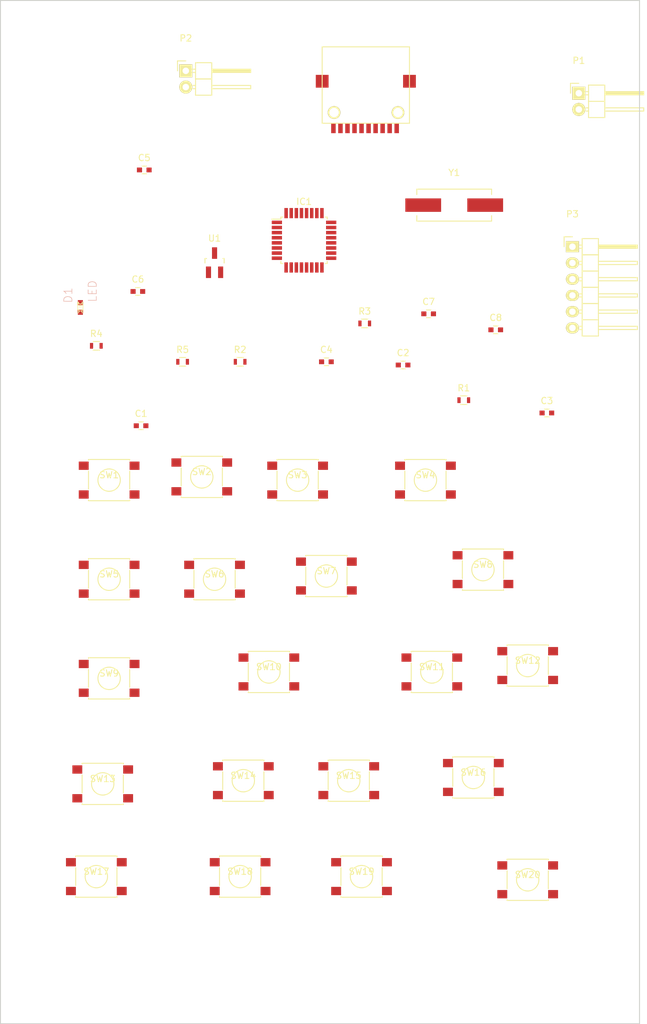
<source format=kicad_pcb>
(kicad_pcb (version 4) (host pcbnew 4.0.2-stable)

  (general
    (links 126)
    (no_connects 126)
    (area 135.775 92.891666 167.575001 118.075001)
    (thickness 1.6)
    (drawings 6)
    (tracks 0)
    (zones 0)
    (modules 41)
    (nets 38)
  )

  (page A4)
  (layers
    (0 F.Cu signal)
    (31 B.Cu signal)
    (32 B.Adhes user)
    (33 F.Adhes user)
    (34 B.Paste user)
    (35 F.Paste user)
    (36 B.SilkS user)
    (37 F.SilkS user)
    (38 B.Mask user)
    (39 F.Mask user)
    (40 Dwgs.User user)
    (41 Cmts.User user)
    (42 Eco1.User user)
    (43 Eco2.User user)
    (44 Edge.Cuts user)
    (45 Margin user)
    (46 B.CrtYd user)
    (47 F.CrtYd user)
    (48 B.Fab user)
    (49 F.Fab user)
  )

  (setup
    (last_trace_width 0.5)
    (trace_clearance 0.2)
    (zone_clearance 0.508)
    (zone_45_only no)
    (trace_min 0.2)
    (segment_width 0.2)
    (edge_width 0.15)
    (via_size 0.6)
    (via_drill 0.4)
    (via_min_size 0.4)
    (via_min_drill 0.3)
    (uvia_size 0.3)
    (uvia_drill 0.1)
    (uvias_allowed no)
    (uvia_min_size 0.2)
    (uvia_min_drill 0.1)
    (pcb_text_width 0.3)
    (pcb_text_size 1.5 1.5)
    (mod_edge_width 0.15)
    (mod_text_size 1 1)
    (mod_text_width 0.15)
    (pad_size 2 2)
    (pad_drill 0)
    (pad_to_mask_clearance 0.2)
    (aux_axis_origin 70 182.5)
    (grid_origin 70 182.5)
    (visible_elements FFFFFF7F)
    (pcbplotparams
      (layerselection 0x00000_00000001)
      (usegerberextensions false)
      (excludeedgelayer true)
      (linewidth 0.100000)
      (plotframeref false)
      (viasonmask false)
      (mode 1)
      (useauxorigin true)
      (hpglpennumber 1)
      (hpglpenspeed 20)
      (hpglpendiameter 15)
      (hpglpenoverlay 2)
      (psnegative false)
      (psa4output false)
      (plotreference false)
      (plotvalue false)
      (plotinvisibletext false)
      (padsonsilk false)
      (subtractmaskfromsilk false)
      (outputformat 1)
      (mirror false)
      (drillshape 0)
      (scaleselection 1)
      (outputdirectory Maschinendaten))
  )

  (net 0 "")
  (net 1 "Net-(J1-Pad1)")
  (net 2 "Net-(J1-Pad8)")
  (net 3 +12V)
  (net 4 GND)
  (net 5 +3V3)
  (net 6 "Net-(C3-Pad2)")
  (net 7 /AF_OUT)
  (net 8 /~RESET)
  (net 9 /DTR)
  (net 10 /XTAL1)
  (net 11 /XTAL2)
  (net 12 /LED)
  (net 13 /CS)
  (net 14 "Net-(IC1-Pad9)")
  (net 15 "Net-(IC1-Pad10)")
  (net 16 "Net-(IC1-Pad11)")
  (net 17 "Net-(IC1-Pad12)")
  (net 18 /PWM_OUT)
  (net 19 /SD_SW)
  (net 20 /MOSI)
  (net 21 /MISO)
  (net 22 /SCK)
  (net 23 "Net-(IC1-Pad19)")
  (net 24 "Net-(IC1-Pad22)")
  (net 25 /ROW1)
  (net 26 /ROW2)
  (net 27 /ROW3)
  (net 28 /ROW4)
  (net 29 /ROW5)
  (net 30 /COL1)
  (net 31 /COL2/RXD)
  (net 32 /COL3/TXD)
  (net 33 /COL4)
  (net 34 "Net-(P3-Pad2)")
  (net 35 "Net-(D1-Pad2)")
  (net 36 /COL3)
  (net 37 /COL2)

  (net_class Default "Dies ist die voreingestellte Netzklasse."
    (clearance 0.2)
    (trace_width 0.5)
    (via_dia 0.6)
    (via_drill 0.4)
    (uvia_dia 0.3)
    (uvia_drill 0.1)
    (add_net +12V)
    (add_net +3V3)
    (add_net /AF_OUT)
    (add_net /COL1)
    (add_net /COL2)
    (add_net /COL2/RXD)
    (add_net /COL3)
    (add_net /COL3/TXD)
    (add_net /COL4)
    (add_net /CS)
    (add_net /DTR)
    (add_net /LED)
    (add_net /MISO)
    (add_net /MOSI)
    (add_net /PWM_OUT)
    (add_net /ROW1)
    (add_net /ROW2)
    (add_net /ROW3)
    (add_net /ROW4)
    (add_net /ROW5)
    (add_net /SCK)
    (add_net /SD_SW)
    (add_net /XTAL1)
    (add_net /XTAL2)
    (add_net /~RESET)
    (add_net GND)
    (add_net "Net-(C3-Pad2)")
    (add_net "Net-(D1-Pad2)")
    (add_net "Net-(IC1-Pad10)")
    (add_net "Net-(IC1-Pad11)")
    (add_net "Net-(IC1-Pad12)")
    (add_net "Net-(IC1-Pad19)")
    (add_net "Net-(IC1-Pad22)")
    (add_net "Net-(IC1-Pad9)")
    (add_net "Net-(J1-Pad1)")
    (add_net "Net-(J1-Pad8)")
    (add_net "Net-(P3-Pad2)")
  )

  (module Capacitors_SMD:C_0603 (layer F.Cu) (tedit 5415D631) (tstamp 57911DAF)
    (at 92 89)
    (descr "Capacitor SMD 0603, reflow soldering, AVX (see smccp.pdf)")
    (tags "capacitor 0603")
    (path /578E7DD4)
    (attr smd)
    (fp_text reference C1 (at 0 -1.9) (layer F.SilkS)
      (effects (font (size 1 1) (thickness 0.15)))
    )
    (fp_text value 100n (at 0 1.9) (layer F.Fab)
      (effects (font (size 1 1) (thickness 0.15)))
    )
    (fp_line (start -1.45 -0.75) (end 1.45 -0.75) (layer F.CrtYd) (width 0.05))
    (fp_line (start -1.45 0.75) (end 1.45 0.75) (layer F.CrtYd) (width 0.05))
    (fp_line (start -1.45 -0.75) (end -1.45 0.75) (layer F.CrtYd) (width 0.05))
    (fp_line (start 1.45 -0.75) (end 1.45 0.75) (layer F.CrtYd) (width 0.05))
    (fp_line (start -0.35 -0.6) (end 0.35 -0.6) (layer F.SilkS) (width 0.15))
    (fp_line (start 0.35 0.6) (end -0.35 0.6) (layer F.SilkS) (width 0.15))
    (pad 1 smd rect (at -0.75 0) (size 0.8 0.75) (layers F.Cu F.Paste F.Mask)
      (net 3 +12V))
    (pad 2 smd rect (at 0.75 0) (size 0.8 0.75) (layers F.Cu F.Paste F.Mask)
      (net 4 GND))
    (model Capacitors_SMD.3dshapes/C_0603.wrl
      (at (xyz 0 0 0))
      (scale (xyz 1 1 1))
      (rotate (xyz 0 0 0))
    )
  )

  (module Capacitors_SMD:C_0603 (layer F.Cu) (tedit 5415D631) (tstamp 57911DB5)
    (at 133 79.5)
    (descr "Capacitor SMD 0603, reflow soldering, AVX (see smccp.pdf)")
    (tags "capacitor 0603")
    (path /578E7F7A)
    (attr smd)
    (fp_text reference C2 (at 0 -1.9) (layer F.SilkS)
      (effects (font (size 1 1) (thickness 0.15)))
    )
    (fp_text value 100n (at 0 1.9) (layer F.Fab)
      (effects (font (size 1 1) (thickness 0.15)))
    )
    (fp_line (start -1.45 -0.75) (end 1.45 -0.75) (layer F.CrtYd) (width 0.05))
    (fp_line (start -1.45 0.75) (end 1.45 0.75) (layer F.CrtYd) (width 0.05))
    (fp_line (start -1.45 -0.75) (end -1.45 0.75) (layer F.CrtYd) (width 0.05))
    (fp_line (start 1.45 -0.75) (end 1.45 0.75) (layer F.CrtYd) (width 0.05))
    (fp_line (start -0.35 -0.6) (end 0.35 -0.6) (layer F.SilkS) (width 0.15))
    (fp_line (start 0.35 0.6) (end -0.35 0.6) (layer F.SilkS) (width 0.15))
    (pad 1 smd rect (at -0.75 0) (size 0.8 0.75) (layers F.Cu F.Paste F.Mask)
      (net 5 +3V3))
    (pad 2 smd rect (at 0.75 0) (size 0.8 0.75) (layers F.Cu F.Paste F.Mask)
      (net 4 GND))
    (model Capacitors_SMD.3dshapes/C_0603.wrl
      (at (xyz 0 0 0))
      (scale (xyz 1 1 1))
      (rotate (xyz 0 0 0))
    )
  )

  (module Capacitors_SMD:C_0603 (layer F.Cu) (tedit 5415D631) (tstamp 57911DBB)
    (at 155.5 87)
    (descr "Capacitor SMD 0603, reflow soldering, AVX (see smccp.pdf)")
    (tags "capacitor 0603")
    (path /5790443D)
    (attr smd)
    (fp_text reference C3 (at 0 -1.9) (layer F.SilkS)
      (effects (font (size 1 1) (thickness 0.15)))
    )
    (fp_text value 100n (at 0 1.9) (layer F.Fab)
      (effects (font (size 1 1) (thickness 0.15)))
    )
    (fp_line (start -1.45 -0.75) (end 1.45 -0.75) (layer F.CrtYd) (width 0.05))
    (fp_line (start -1.45 0.75) (end 1.45 0.75) (layer F.CrtYd) (width 0.05))
    (fp_line (start -1.45 -0.75) (end -1.45 0.75) (layer F.CrtYd) (width 0.05))
    (fp_line (start 1.45 -0.75) (end 1.45 0.75) (layer F.CrtYd) (width 0.05))
    (fp_line (start -0.35 -0.6) (end 0.35 -0.6) (layer F.SilkS) (width 0.15))
    (fp_line (start 0.35 0.6) (end -0.35 0.6) (layer F.SilkS) (width 0.15))
    (pad 1 smd rect (at -0.75 0) (size 0.8 0.75) (layers F.Cu F.Paste F.Mask)
      (net 4 GND))
    (pad 2 smd rect (at 0.75 0) (size 0.8 0.75) (layers F.Cu F.Paste F.Mask)
      (net 6 "Net-(C3-Pad2)"))
    (model Capacitors_SMD.3dshapes/C_0603.wrl
      (at (xyz 0 0 0))
      (scale (xyz 1 1 1))
      (rotate (xyz 0 0 0))
    )
  )

  (module Capacitors_SMD:C_0603 (layer F.Cu) (tedit 5415D631) (tstamp 57911DC1)
    (at 121 79)
    (descr "Capacitor SMD 0603, reflow soldering, AVX (see smccp.pdf)")
    (tags "capacitor 0603")
    (path /5790391B)
    (attr smd)
    (fp_text reference C4 (at 0 -1.9) (layer F.SilkS)
      (effects (font (size 1 1) (thickness 0.15)))
    )
    (fp_text value 100n (at 0 1.9) (layer F.Fab)
      (effects (font (size 1 1) (thickness 0.15)))
    )
    (fp_line (start -1.45 -0.75) (end 1.45 -0.75) (layer F.CrtYd) (width 0.05))
    (fp_line (start -1.45 0.75) (end 1.45 0.75) (layer F.CrtYd) (width 0.05))
    (fp_line (start -1.45 -0.75) (end -1.45 0.75) (layer F.CrtYd) (width 0.05))
    (fp_line (start 1.45 -0.75) (end 1.45 0.75) (layer F.CrtYd) (width 0.05))
    (fp_line (start -0.35 -0.6) (end 0.35 -0.6) (layer F.SilkS) (width 0.15))
    (fp_line (start 0.35 0.6) (end -0.35 0.6) (layer F.SilkS) (width 0.15))
    (pad 1 smd rect (at -0.75 0) (size 0.8 0.75) (layers F.Cu F.Paste F.Mask)
      (net 4 GND))
    (pad 2 smd rect (at 0.75 0) (size 0.8 0.75) (layers F.Cu F.Paste F.Mask)
      (net 7 /AF_OUT))
    (model Capacitors_SMD.3dshapes/C_0603.wrl
      (at (xyz 0 0 0))
      (scale (xyz 1 1 1))
      (rotate (xyz 0 0 0))
    )
  )

  (module Capacitors_SMD:C_0603 (layer F.Cu) (tedit 5415D631) (tstamp 57911DC7)
    (at 92.5 49)
    (descr "Capacitor SMD 0603, reflow soldering, AVX (see smccp.pdf)")
    (tags "capacitor 0603")
    (path /57912EAB)
    (attr smd)
    (fp_text reference C5 (at 0 -1.9) (layer F.SilkS)
      (effects (font (size 1 1) (thickness 0.15)))
    )
    (fp_text value 100n (at 0 1.9) (layer F.Fab)
      (effects (font (size 1 1) (thickness 0.15)))
    )
    (fp_line (start -1.45 -0.75) (end 1.45 -0.75) (layer F.CrtYd) (width 0.05))
    (fp_line (start -1.45 0.75) (end 1.45 0.75) (layer F.CrtYd) (width 0.05))
    (fp_line (start -1.45 -0.75) (end -1.45 0.75) (layer F.CrtYd) (width 0.05))
    (fp_line (start 1.45 -0.75) (end 1.45 0.75) (layer F.CrtYd) (width 0.05))
    (fp_line (start -0.35 -0.6) (end 0.35 -0.6) (layer F.SilkS) (width 0.15))
    (fp_line (start 0.35 0.6) (end -0.35 0.6) (layer F.SilkS) (width 0.15))
    (pad 1 smd rect (at -0.75 0) (size 0.8 0.75) (layers F.Cu F.Paste F.Mask)
      (net 8 /~RESET))
    (pad 2 smd rect (at 0.75 0) (size 0.8 0.75) (layers F.Cu F.Paste F.Mask)
      (net 9 /DTR))
    (model Capacitors_SMD.3dshapes/C_0603.wrl
      (at (xyz 0 0 0))
      (scale (xyz 1 1 1))
      (rotate (xyz 0 0 0))
    )
  )

  (module Capacitors_SMD:C_0603 (layer F.Cu) (tedit 5415D631) (tstamp 57911DCD)
    (at 91.5 68)
    (descr "Capacitor SMD 0603, reflow soldering, AVX (see smccp.pdf)")
    (tags "capacitor 0603")
    (path /578E8643)
    (attr smd)
    (fp_text reference C6 (at 0 -1.9) (layer F.SilkS)
      (effects (font (size 1 1) (thickness 0.15)))
    )
    (fp_text value 23p (at 0 1.9) (layer F.Fab)
      (effects (font (size 1 1) (thickness 0.15)))
    )
    (fp_line (start -1.45 -0.75) (end 1.45 -0.75) (layer F.CrtYd) (width 0.05))
    (fp_line (start -1.45 0.75) (end 1.45 0.75) (layer F.CrtYd) (width 0.05))
    (fp_line (start -1.45 -0.75) (end -1.45 0.75) (layer F.CrtYd) (width 0.05))
    (fp_line (start 1.45 -0.75) (end 1.45 0.75) (layer F.CrtYd) (width 0.05))
    (fp_line (start -0.35 -0.6) (end 0.35 -0.6) (layer F.SilkS) (width 0.15))
    (fp_line (start 0.35 0.6) (end -0.35 0.6) (layer F.SilkS) (width 0.15))
    (pad 1 smd rect (at -0.75 0) (size 0.8 0.75) (layers F.Cu F.Paste F.Mask)
      (net 4 GND))
    (pad 2 smd rect (at 0.75 0) (size 0.8 0.75) (layers F.Cu F.Paste F.Mask)
      (net 10 /XTAL1))
    (model Capacitors_SMD.3dshapes/C_0603.wrl
      (at (xyz 0 0 0))
      (scale (xyz 1 1 1))
      (rotate (xyz 0 0 0))
    )
  )

  (module Capacitors_SMD:C_0603 (layer F.Cu) (tedit 5415D631) (tstamp 57911DD3)
    (at 137 71.5)
    (descr "Capacitor SMD 0603, reflow soldering, AVX (see smccp.pdf)")
    (tags "capacitor 0603")
    (path /578E8598)
    (attr smd)
    (fp_text reference C7 (at 0 -1.9) (layer F.SilkS)
      (effects (font (size 1 1) (thickness 0.15)))
    )
    (fp_text value 23p (at 0 1.9) (layer F.Fab)
      (effects (font (size 1 1) (thickness 0.15)))
    )
    (fp_line (start -1.45 -0.75) (end 1.45 -0.75) (layer F.CrtYd) (width 0.05))
    (fp_line (start -1.45 0.75) (end 1.45 0.75) (layer F.CrtYd) (width 0.05))
    (fp_line (start -1.45 -0.75) (end -1.45 0.75) (layer F.CrtYd) (width 0.05))
    (fp_line (start 1.45 -0.75) (end 1.45 0.75) (layer F.CrtYd) (width 0.05))
    (fp_line (start -0.35 -0.6) (end 0.35 -0.6) (layer F.SilkS) (width 0.15))
    (fp_line (start 0.35 0.6) (end -0.35 0.6) (layer F.SilkS) (width 0.15))
    (pad 1 smd rect (at -0.75 0) (size 0.8 0.75) (layers F.Cu F.Paste F.Mask)
      (net 4 GND))
    (pad 2 smd rect (at 0.75 0) (size 0.8 0.75) (layers F.Cu F.Paste F.Mask)
      (net 11 /XTAL2))
    (model Capacitors_SMD.3dshapes/C_0603.wrl
      (at (xyz 0 0 0))
      (scale (xyz 1 1 1))
      (rotate (xyz 0 0 0))
    )
  )

  (module Capacitors_SMD:C_0603 (layer F.Cu) (tedit 5415D631) (tstamp 57911DD9)
    (at 147.5 74)
    (descr "Capacitor SMD 0603, reflow soldering, AVX (see smccp.pdf)")
    (tags "capacitor 0603")
    (path /57918AC2)
    (attr smd)
    (fp_text reference C8 (at 0 -1.9) (layer F.SilkS)
      (effects (font (size 1 1) (thickness 0.15)))
    )
    (fp_text value 100n (at 0 1.9) (layer F.Fab)
      (effects (font (size 1 1) (thickness 0.15)))
    )
    (fp_line (start -1.45 -0.75) (end 1.45 -0.75) (layer F.CrtYd) (width 0.05))
    (fp_line (start -1.45 0.75) (end 1.45 0.75) (layer F.CrtYd) (width 0.05))
    (fp_line (start -1.45 -0.75) (end -1.45 0.75) (layer F.CrtYd) (width 0.05))
    (fp_line (start 1.45 -0.75) (end 1.45 0.75) (layer F.CrtYd) (width 0.05))
    (fp_line (start -0.35 -0.6) (end 0.35 -0.6) (layer F.SilkS) (width 0.15))
    (fp_line (start 0.35 0.6) (end -0.35 0.6) (layer F.SilkS) (width 0.15))
    (pad 1 smd rect (at -0.75 0) (size 0.8 0.75) (layers F.Cu F.Paste F.Mask)
      (net 4 GND))
    (pad 2 smd rect (at 0.75 0) (size 0.8 0.75) (layers F.Cu F.Paste F.Mask)
      (net 5 +3V3))
    (model Capacitors_SMD.3dshapes/C_0603.wrl
      (at (xyz 0 0 0))
      (scale (xyz 1 1 1))
      (rotate (xyz 0 0 0))
    )
  )

  (module led:led-CHIPLED_0603 (layer F.Cu) (tedit 200000) (tstamp 57911DDF)
    (at 82.5 70.5)
    (descr CHIPLED)
    (tags CHIPLED)
    (path /57915DF0)
    (attr smd)
    (fp_text reference D1 (at -1.905 -1.905 90) (layer B.SilkS)
      (effects (font (size 1.27 1.27) (thickness 0.0889)))
    )
    (fp_text value LED (at 1.905 -2.54 90) (layer B.SilkS)
      (effects (font (size 1.27 1.27) (thickness 0.0889)))
    )
    (fp_line (start -0.44958 -0.6985) (end -0.24892 -0.6985) (layer F.SilkS) (width 0.06604))
    (fp_line (start -0.24892 -0.6985) (end -0.24892 -0.84836) (layer F.SilkS) (width 0.06604))
    (fp_line (start -0.44958 -0.84836) (end -0.24892 -0.84836) (layer F.SilkS) (width 0.06604))
    (fp_line (start -0.44958 -0.6985) (end -0.44958 -0.84836) (layer F.SilkS) (width 0.06604))
    (fp_line (start -0.27432 -0.54864) (end -0.22352 -0.54864) (layer F.SilkS) (width 0.06604))
    (fp_line (start -0.22352 -0.54864) (end -0.22352 -0.59944) (layer F.SilkS) (width 0.06604))
    (fp_line (start -0.27432 -0.59944) (end -0.22352 -0.59944) (layer F.SilkS) (width 0.06604))
    (fp_line (start -0.27432 -0.54864) (end -0.27432 -0.59944) (layer F.SilkS) (width 0.06604))
    (fp_line (start -0.44958 -0.34798) (end -0.39878 -0.34798) (layer F.SilkS) (width 0.06604))
    (fp_line (start -0.39878 -0.34798) (end -0.39878 -0.7239) (layer F.SilkS) (width 0.06604))
    (fp_line (start -0.44958 -0.7239) (end -0.39878 -0.7239) (layer F.SilkS) (width 0.06604))
    (fp_line (start -0.44958 -0.34798) (end -0.44958 -0.7239) (layer F.SilkS) (width 0.06604))
    (fp_line (start 0.24892 -0.54864) (end 0.44958 -0.54864) (layer F.SilkS) (width 0.06604))
    (fp_line (start 0.44958 -0.54864) (end 0.44958 -0.84836) (layer F.SilkS) (width 0.06604))
    (fp_line (start 0.24892 -0.84836) (end 0.44958 -0.84836) (layer F.SilkS) (width 0.06604))
    (fp_line (start 0.24892 -0.54864) (end 0.24892 -0.84836) (layer F.SilkS) (width 0.06604))
    (fp_line (start -0.44958 -0.34798) (end 0.44958 -0.34798) (layer F.SilkS) (width 0.06604))
    (fp_line (start 0.44958 -0.34798) (end 0.44958 -0.57404) (layer F.SilkS) (width 0.06604))
    (fp_line (start -0.44958 -0.57404) (end 0.44958 -0.57404) (layer F.SilkS) (width 0.06604))
    (fp_line (start -0.44958 -0.34798) (end -0.44958 -0.57404) (layer F.SilkS) (width 0.06604))
    (fp_line (start -0.44958 0.84836) (end -0.24892 0.84836) (layer F.SilkS) (width 0.06604))
    (fp_line (start -0.24892 0.84836) (end -0.24892 0.34798) (layer F.SilkS) (width 0.06604))
    (fp_line (start -0.44958 0.34798) (end -0.24892 0.34798) (layer F.SilkS) (width 0.06604))
    (fp_line (start -0.44958 0.84836) (end -0.44958 0.34798) (layer F.SilkS) (width 0.06604))
    (fp_line (start 0.24892 0.84836) (end 0.44958 0.84836) (layer F.SilkS) (width 0.06604))
    (fp_line (start 0.44958 0.84836) (end 0.44958 0.34798) (layer F.SilkS) (width 0.06604))
    (fp_line (start 0.24892 0.34798) (end 0.44958 0.34798) (layer F.SilkS) (width 0.06604))
    (fp_line (start 0.24892 0.84836) (end 0.24892 0.34798) (layer F.SilkS) (width 0.06604))
    (fp_line (start -0.27432 0.57404) (end 0.27432 0.57404) (layer F.SilkS) (width 0.06604))
    (fp_line (start 0.27432 0.57404) (end 0.27432 0.34798) (layer F.SilkS) (width 0.06604))
    (fp_line (start -0.27432 0.34798) (end 0.27432 0.34798) (layer F.SilkS) (width 0.06604))
    (fp_line (start -0.27432 0.57404) (end -0.27432 0.34798) (layer F.SilkS) (width 0.06604))
    (fp_line (start -0.27432 0.6477) (end -0.17272 0.6477) (layer F.SilkS) (width 0.06604))
    (fp_line (start -0.17272 0.6477) (end -0.17272 0.54864) (layer F.SilkS) (width 0.06604))
    (fp_line (start -0.27432 0.54864) (end -0.17272 0.54864) (layer F.SilkS) (width 0.06604))
    (fp_line (start -0.27432 0.6477) (end -0.27432 0.54864) (layer F.SilkS) (width 0.06604))
    (fp_line (start 0.17272 0.6477) (end 0.27432 0.6477) (layer F.SilkS) (width 0.06604))
    (fp_line (start 0.27432 0.6477) (end 0.27432 0.54864) (layer F.SilkS) (width 0.06604))
    (fp_line (start 0.17272 0.54864) (end 0.27432 0.54864) (layer F.SilkS) (width 0.06604))
    (fp_line (start 0.17272 0.6477) (end 0.17272 0.54864) (layer F.SilkS) (width 0.06604))
    (fp_line (start -0.12446 0) (end 0.12446 0) (layer F.SilkS) (width 0.06604))
    (fp_line (start 0.12446 0) (end 0.12446 -0.24892) (layer F.SilkS) (width 0.06604))
    (fp_line (start -0.12446 -0.24892) (end 0.12446 -0.24892) (layer F.SilkS) (width 0.06604))
    (fp_line (start -0.12446 0) (end -0.12446 -0.24892) (layer F.SilkS) (width 0.06604))
    (fp_line (start -0.39878 -0.37338) (end -0.39878 0.34798) (layer F.SilkS) (width 0.1016))
    (fp_line (start 0.39878 -0.34798) (end 0.39878 0.34798) (layer F.SilkS) (width 0.1016))
    (fp_circle (center -0.34798 -0.62484) (end -0.38354 -0.6604) (layer F.SilkS) (width 0.0254))
    (fp_arc (start 0 -0.82296) (end 0.29972 -0.82296) (angle 180) (layer F.SilkS) (width 0.1016))
    (fp_arc (start 0 0.82296) (end -0.27432 0.82296) (angle 180) (layer F.SilkS) (width 0.0508))
    (pad A smd rect (at 0 0.7493) (size 0.79756 0.79756) (layers F.Cu F.Paste F.Mask))
    (pad C smd rect (at 0 -0.7493) (size 0.79756 0.79756) (layers F.Cu F.Paste F.Mask))
  )

  (module Housings_QFP:TQFP-32_7x7mm_Pitch0.8mm (layer F.Cu) (tedit 54130A77) (tstamp 57911E03)
    (at 117.5 60)
    (descr "32-Lead Plastic Thin Quad Flatpack (PT) - 7x7x1.0 mm Body, 2.00 mm [TQFP] (see Microchip Packaging Specification 00000049BS.pdf)")
    (tags "QFP 0.8")
    (path /578E73C3)
    (attr smd)
    (fp_text reference IC1 (at 0 -6.05) (layer F.SilkS)
      (effects (font (size 1 1) (thickness 0.15)))
    )
    (fp_text value ATMEGA328-A (at 0 6.05) (layer F.Fab)
      (effects (font (size 1 1) (thickness 0.15)))
    )
    (fp_line (start -5.3 -5.3) (end -5.3 5.3) (layer F.CrtYd) (width 0.05))
    (fp_line (start 5.3 -5.3) (end 5.3 5.3) (layer F.CrtYd) (width 0.05))
    (fp_line (start -5.3 -5.3) (end 5.3 -5.3) (layer F.CrtYd) (width 0.05))
    (fp_line (start -5.3 5.3) (end 5.3 5.3) (layer F.CrtYd) (width 0.05))
    (fp_line (start -3.625 -3.625) (end -3.625 -3.3) (layer F.SilkS) (width 0.15))
    (fp_line (start 3.625 -3.625) (end 3.625 -3.3) (layer F.SilkS) (width 0.15))
    (fp_line (start 3.625 3.625) (end 3.625 3.3) (layer F.SilkS) (width 0.15))
    (fp_line (start -3.625 3.625) (end -3.625 3.3) (layer F.SilkS) (width 0.15))
    (fp_line (start -3.625 -3.625) (end -3.3 -3.625) (layer F.SilkS) (width 0.15))
    (fp_line (start -3.625 3.625) (end -3.3 3.625) (layer F.SilkS) (width 0.15))
    (fp_line (start 3.625 3.625) (end 3.3 3.625) (layer F.SilkS) (width 0.15))
    (fp_line (start 3.625 -3.625) (end 3.3 -3.625) (layer F.SilkS) (width 0.15))
    (fp_line (start -3.625 -3.3) (end -5.05 -3.3) (layer F.SilkS) (width 0.15))
    (pad 1 smd rect (at -4.25 -2.8) (size 1.6 0.55) (layers F.Cu F.Paste F.Mask)
      (net 12 /LED))
    (pad 2 smd rect (at -4.25 -2) (size 1.6 0.55) (layers F.Cu F.Paste F.Mask)
      (net 13 /CS))
    (pad 3 smd rect (at -4.25 -1.2) (size 1.6 0.55) (layers F.Cu F.Paste F.Mask)
      (net 4 GND))
    (pad 4 smd rect (at -4.25 -0.4) (size 1.6 0.55) (layers F.Cu F.Paste F.Mask)
      (net 5 +3V3))
    (pad 5 smd rect (at -4.25 0.4) (size 1.6 0.55) (layers F.Cu F.Paste F.Mask)
      (net 4 GND))
    (pad 6 smd rect (at -4.25 1.2) (size 1.6 0.55) (layers F.Cu F.Paste F.Mask)
      (net 5 +3V3))
    (pad 7 smd rect (at -4.25 2) (size 1.6 0.55) (layers F.Cu F.Paste F.Mask)
      (net 10 /XTAL1))
    (pad 8 smd rect (at -4.25 2.8) (size 1.6 0.55) (layers F.Cu F.Paste F.Mask)
      (net 11 /XTAL2))
    (pad 9 smd rect (at -2.8 4.25 90) (size 1.6 0.55) (layers F.Cu F.Paste F.Mask)
      (net 14 "Net-(IC1-Pad9)"))
    (pad 10 smd rect (at -2 4.25 90) (size 1.6 0.55) (layers F.Cu F.Paste F.Mask)
      (net 15 "Net-(IC1-Pad10)"))
    (pad 11 smd rect (at -1.2 4.25 90) (size 1.6 0.55) (layers F.Cu F.Paste F.Mask)
      (net 16 "Net-(IC1-Pad11)"))
    (pad 12 smd rect (at -0.4 4.25 90) (size 1.6 0.55) (layers F.Cu F.Paste F.Mask)
      (net 17 "Net-(IC1-Pad12)"))
    (pad 13 smd rect (at 0.4 4.25 90) (size 1.6 0.55) (layers F.Cu F.Paste F.Mask)
      (net 18 /PWM_OUT))
    (pad 14 smd rect (at 1.2 4.25 90) (size 1.6 0.55) (layers F.Cu F.Paste F.Mask)
      (net 19 /SD_SW))
    (pad 15 smd rect (at 2 4.25 90) (size 1.6 0.55) (layers F.Cu F.Paste F.Mask)
      (net 20 /MOSI))
    (pad 16 smd rect (at 2.8 4.25 90) (size 1.6 0.55) (layers F.Cu F.Paste F.Mask)
      (net 21 /MISO))
    (pad 17 smd rect (at 4.25 2.8) (size 1.6 0.55) (layers F.Cu F.Paste F.Mask)
      (net 22 /SCK))
    (pad 18 smd rect (at 4.25 2) (size 1.6 0.55) (layers F.Cu F.Paste F.Mask)
      (net 5 +3V3))
    (pad 19 smd rect (at 4.25 1.2) (size 1.6 0.55) (layers F.Cu F.Paste F.Mask)
      (net 23 "Net-(IC1-Pad19)"))
    (pad 20 smd rect (at 4.25 0.4) (size 1.6 0.55) (layers F.Cu F.Paste F.Mask)
      (net 5 +3V3))
    (pad 21 smd rect (at 4.25 -0.4) (size 1.6 0.55) (layers F.Cu F.Paste F.Mask)
      (net 4 GND))
    (pad 22 smd rect (at 4.25 -1.2) (size 1.6 0.55) (layers F.Cu F.Paste F.Mask)
      (net 24 "Net-(IC1-Pad22)"))
    (pad 23 smd rect (at 4.25 -2) (size 1.6 0.55) (layers F.Cu F.Paste F.Mask)
      (net 25 /ROW1))
    (pad 24 smd rect (at 4.25 -2.8) (size 1.6 0.55) (layers F.Cu F.Paste F.Mask)
      (net 26 /ROW2))
    (pad 25 smd rect (at 2.8 -4.25 90) (size 1.6 0.55) (layers F.Cu F.Paste F.Mask)
      (net 27 /ROW3))
    (pad 26 smd rect (at 2 -4.25 90) (size 1.6 0.55) (layers F.Cu F.Paste F.Mask)
      (net 28 /ROW4))
    (pad 27 smd rect (at 1.2 -4.25 90) (size 1.6 0.55) (layers F.Cu F.Paste F.Mask)
      (net 29 /ROW5))
    (pad 28 smd rect (at 0.4 -4.25 90) (size 1.6 0.55) (layers F.Cu F.Paste F.Mask)
      (net 30 /COL1))
    (pad 29 smd rect (at -0.4 -4.25 90) (size 1.6 0.55) (layers F.Cu F.Paste F.Mask)
      (net 8 /~RESET))
    (pad 30 smd rect (at -1.2 -4.25 90) (size 1.6 0.55) (layers F.Cu F.Paste F.Mask)
      (net 31 /COL2/RXD))
    (pad 31 smd rect (at -2 -4.25 90) (size 1.6 0.55) (layers F.Cu F.Paste F.Mask)
      (net 32 /COL3/TXD))
    (pad 32 smd rect (at -2.8 -4.25 90) (size 1.6 0.55) (layers F.Cu F.Paste F.Mask)
      (net 33 /COL4))
    (model Housings_QFP.3dshapes/TQFP-32_7x7mm_Pitch0.8mm.wrl
      (at (xyz 0 0 0))
      (scale (xyz 1 1 1))
      (rotate (xyz 0 0 0))
    )
  )

  (module usdcardholder:MICRO_SD_CARD_HOLDER (layer F.Cu) (tedit 576E98BA) (tstamp 57911E15)
    (at 132 42.5 180)
    (path /576E974C)
    (fp_text reference J1 (at 5.11302 7.25932 180) (layer F.SilkS) hide
      (effects (font (size 1 1) (thickness 0.15)))
    )
    (fp_text value µSD (at -3.10134 -2.4638 180) (layer F.Fab)
      (effects (font (size 1 1) (thickness 0.15)))
    )
    (fp_line (start -2 12.75) (end -2 0.8) (layer F.SilkS) (width 0.15))
    (fp_line (start -2 0.8) (end 11.66 0.8) (layer F.SilkS) (width 0.15))
    (fp_line (start 11.66 0.8) (end 11.66 12.75) (layer F.SilkS) (width 0.15))
    (fp_line (start 11.66 12.75) (end -2 12.75) (layer F.SilkS) (width 0.15))
    (pad 1 smd rect (at 0 0 180) (size 0.7 1.5) (layers F.Cu F.Paste F.Mask)
      (net 1 "Net-(J1-Pad1)"))
    (pad 2 smd rect (at 1.1 0 180) (size 0.7 1.5) (layers F.Cu F.Paste F.Mask)
      (net 13 /CS))
    (pad 3 smd rect (at 2.2 0 180) (size 0.7 1.5) (layers F.Cu F.Paste F.Mask)
      (net 20 /MOSI))
    (pad 4 smd rect (at 3.3 0 180) (size 0.7 1.5) (layers F.Cu F.Paste F.Mask)
      (net 5 +3V3))
    (pad 5 smd rect (at 4.4 0 180) (size 0.7 1.5) (layers F.Cu F.Paste F.Mask)
      (net 22 /SCK))
    (pad 7 smd rect (at 6.6 0 180) (size 0.7 1.5) (layers F.Cu F.Paste F.Mask)
      (net 21 /MISO))
    (pad 8 smd rect (at 7.7 0 180) (size 0.7 1.5) (layers F.Cu F.Paste F.Mask)
      (net 2 "Net-(J1-Pad8)"))
    (pad 9 smd rect (at 8.8 0 180) (size 0.7 1.5) (layers F.Cu F.Paste F.Mask)
      (net 19 /SD_SW))
    (pad 10 smd rect (at 9.9 0 180) (size 0.7 1.5) (layers F.Cu F.Paste F.Mask)
      (net 4 GND))
    (pad "" thru_hole circle (at -0.2 2.48 180) (size 2 2) (drill 1.5) (layers *.Cu *.Mask F.SilkS))
    (pad "" thru_hole circle (at 9.8 2.48 180) (size 2 2) (drill 1.5) (layers *.Cu *.Mask F.SilkS))
    (pad "" smd rect (at -2 7.37 180) (size 2 2) (layers F.Cu F.Paste F.Mask))
    (pad "" smd rect (at 11.66 7.37 180) (size 2 2) (layers F.Cu F.Paste F.Mask))
    (pad 6 smd rect (at 5.5 0 180) (size 0.7 1.5) (layers F.Cu F.Paste F.Mask)
      (net 4 GND))
  )

  (module Pin_Headers:Pin_Header_Angled_1x02 (layer F.Cu) (tedit 0) (tstamp 57911E1B)
    (at 160.5 37)
    (descr "Through hole pin header")
    (tags "pin header")
    (path /578E750B)
    (fp_text reference P1 (at 0 -5.1) (layer F.SilkS)
      (effects (font (size 1 1) (thickness 0.15)))
    )
    (fp_text value CONN_01X02 (at 0 -3.1) (layer F.Fab)
      (effects (font (size 1 1) (thickness 0.15)))
    )
    (fp_line (start -1.5 -1.75) (end -1.5 4.3) (layer F.CrtYd) (width 0.05))
    (fp_line (start 10.65 -1.75) (end 10.65 4.3) (layer F.CrtYd) (width 0.05))
    (fp_line (start -1.5 -1.75) (end 10.65 -1.75) (layer F.CrtYd) (width 0.05))
    (fp_line (start -1.5 4.3) (end 10.65 4.3) (layer F.CrtYd) (width 0.05))
    (fp_line (start -1.3 -1.55) (end -1.3 0) (layer F.SilkS) (width 0.15))
    (fp_line (start 0 -1.55) (end -1.3 -1.55) (layer F.SilkS) (width 0.15))
    (fp_line (start 4.191 -0.127) (end 10.033 -0.127) (layer F.SilkS) (width 0.15))
    (fp_line (start 10.033 -0.127) (end 10.033 0.127) (layer F.SilkS) (width 0.15))
    (fp_line (start 10.033 0.127) (end 4.191 0.127) (layer F.SilkS) (width 0.15))
    (fp_line (start 4.191 0.127) (end 4.191 0) (layer F.SilkS) (width 0.15))
    (fp_line (start 4.191 0) (end 10.033 0) (layer F.SilkS) (width 0.15))
    (fp_line (start 1.524 -0.254) (end 1.143 -0.254) (layer F.SilkS) (width 0.15))
    (fp_line (start 1.524 0.254) (end 1.143 0.254) (layer F.SilkS) (width 0.15))
    (fp_line (start 1.524 2.286) (end 1.143 2.286) (layer F.SilkS) (width 0.15))
    (fp_line (start 1.524 2.794) (end 1.143 2.794) (layer F.SilkS) (width 0.15))
    (fp_line (start 1.524 -1.27) (end 4.064 -1.27) (layer F.SilkS) (width 0.15))
    (fp_line (start 1.524 1.27) (end 4.064 1.27) (layer F.SilkS) (width 0.15))
    (fp_line (start 1.524 1.27) (end 1.524 3.81) (layer F.SilkS) (width 0.15))
    (fp_line (start 1.524 3.81) (end 4.064 3.81) (layer F.SilkS) (width 0.15))
    (fp_line (start 4.064 2.286) (end 10.16 2.286) (layer F.SilkS) (width 0.15))
    (fp_line (start 10.16 2.286) (end 10.16 2.794) (layer F.SilkS) (width 0.15))
    (fp_line (start 10.16 2.794) (end 4.064 2.794) (layer F.SilkS) (width 0.15))
    (fp_line (start 4.064 3.81) (end 4.064 1.27) (layer F.SilkS) (width 0.15))
    (fp_line (start 4.064 1.27) (end 4.064 -1.27) (layer F.SilkS) (width 0.15))
    (fp_line (start 10.16 0.254) (end 4.064 0.254) (layer F.SilkS) (width 0.15))
    (fp_line (start 10.16 -0.254) (end 10.16 0.254) (layer F.SilkS) (width 0.15))
    (fp_line (start 4.064 -0.254) (end 10.16 -0.254) (layer F.SilkS) (width 0.15))
    (fp_line (start 1.524 1.27) (end 4.064 1.27) (layer F.SilkS) (width 0.15))
    (fp_line (start 1.524 -1.27) (end 1.524 1.27) (layer F.SilkS) (width 0.15))
    (pad 1 thru_hole rect (at 0 0) (size 2.032 2.032) (drill 1.016) (layers *.Cu *.Mask F.SilkS)
      (net 3 +12V))
    (pad 2 thru_hole oval (at 0 2.54) (size 2.032 2.032) (drill 1.016) (layers *.Cu *.Mask F.SilkS)
      (net 4 GND))
    (model Pin_Headers.3dshapes/Pin_Header_Angled_1x02.wrl
      (at (xyz 0 -0.05 0))
      (scale (xyz 1 1 1))
      (rotate (xyz 0 0 90))
    )
  )

  (module Pin_Headers:Pin_Header_Angled_1x02 (layer F.Cu) (tedit 0) (tstamp 57911E21)
    (at 99 33.5)
    (descr "Through hole pin header")
    (tags "pin header")
    (path /57902CA9)
    (fp_text reference P2 (at 0 -5.1) (layer F.SilkS)
      (effects (font (size 1 1) (thickness 0.15)))
    )
    (fp_text value CONN_01X02 (at 0 -3.1) (layer F.Fab)
      (effects (font (size 1 1) (thickness 0.15)))
    )
    (fp_line (start -1.5 -1.75) (end -1.5 4.3) (layer F.CrtYd) (width 0.05))
    (fp_line (start 10.65 -1.75) (end 10.65 4.3) (layer F.CrtYd) (width 0.05))
    (fp_line (start -1.5 -1.75) (end 10.65 -1.75) (layer F.CrtYd) (width 0.05))
    (fp_line (start -1.5 4.3) (end 10.65 4.3) (layer F.CrtYd) (width 0.05))
    (fp_line (start -1.3 -1.55) (end -1.3 0) (layer F.SilkS) (width 0.15))
    (fp_line (start 0 -1.55) (end -1.3 -1.55) (layer F.SilkS) (width 0.15))
    (fp_line (start 4.191 -0.127) (end 10.033 -0.127) (layer F.SilkS) (width 0.15))
    (fp_line (start 10.033 -0.127) (end 10.033 0.127) (layer F.SilkS) (width 0.15))
    (fp_line (start 10.033 0.127) (end 4.191 0.127) (layer F.SilkS) (width 0.15))
    (fp_line (start 4.191 0.127) (end 4.191 0) (layer F.SilkS) (width 0.15))
    (fp_line (start 4.191 0) (end 10.033 0) (layer F.SilkS) (width 0.15))
    (fp_line (start 1.524 -0.254) (end 1.143 -0.254) (layer F.SilkS) (width 0.15))
    (fp_line (start 1.524 0.254) (end 1.143 0.254) (layer F.SilkS) (width 0.15))
    (fp_line (start 1.524 2.286) (end 1.143 2.286) (layer F.SilkS) (width 0.15))
    (fp_line (start 1.524 2.794) (end 1.143 2.794) (layer F.SilkS) (width 0.15))
    (fp_line (start 1.524 -1.27) (end 4.064 -1.27) (layer F.SilkS) (width 0.15))
    (fp_line (start 1.524 1.27) (end 4.064 1.27) (layer F.SilkS) (width 0.15))
    (fp_line (start 1.524 1.27) (end 1.524 3.81) (layer F.SilkS) (width 0.15))
    (fp_line (start 1.524 3.81) (end 4.064 3.81) (layer F.SilkS) (width 0.15))
    (fp_line (start 4.064 2.286) (end 10.16 2.286) (layer F.SilkS) (width 0.15))
    (fp_line (start 10.16 2.286) (end 10.16 2.794) (layer F.SilkS) (width 0.15))
    (fp_line (start 10.16 2.794) (end 4.064 2.794) (layer F.SilkS) (width 0.15))
    (fp_line (start 4.064 3.81) (end 4.064 1.27) (layer F.SilkS) (width 0.15))
    (fp_line (start 4.064 1.27) (end 4.064 -1.27) (layer F.SilkS) (width 0.15))
    (fp_line (start 10.16 0.254) (end 4.064 0.254) (layer F.SilkS) (width 0.15))
    (fp_line (start 10.16 -0.254) (end 10.16 0.254) (layer F.SilkS) (width 0.15))
    (fp_line (start 4.064 -0.254) (end 10.16 -0.254) (layer F.SilkS) (width 0.15))
    (fp_line (start 1.524 1.27) (end 4.064 1.27) (layer F.SilkS) (width 0.15))
    (fp_line (start 1.524 -1.27) (end 1.524 1.27) (layer F.SilkS) (width 0.15))
    (pad 1 thru_hole rect (at 0 0) (size 2.032 2.032) (drill 1.016) (layers *.Cu *.Mask F.SilkS)
      (net 7 /AF_OUT))
    (pad 2 thru_hole oval (at 0 2.54) (size 2.032 2.032) (drill 1.016) (layers *.Cu *.Mask F.SilkS)
      (net 4 GND))
    (model Pin_Headers.3dshapes/Pin_Header_Angled_1x02.wrl
      (at (xyz 0 -0.05 0))
      (scale (xyz 1 1 1))
      (rotate (xyz 0 0 90))
    )
  )

  (module Pin_Headers:Pin_Header_Angled_1x06 (layer F.Cu) (tedit 0) (tstamp 57911E2B)
    (at 159.5 61)
    (descr "Through hole pin header")
    (tags "pin header")
    (path /579122B0)
    (fp_text reference P3 (at 0 -5.1) (layer F.SilkS)
      (effects (font (size 1 1) (thickness 0.15)))
    )
    (fp_text value CONN_01X06 (at 0 -3.1) (layer F.Fab)
      (effects (font (size 1 1) (thickness 0.15)))
    )
    (fp_line (start -1.5 -1.75) (end -1.5 14.45) (layer F.CrtYd) (width 0.05))
    (fp_line (start 10.65 -1.75) (end 10.65 14.45) (layer F.CrtYd) (width 0.05))
    (fp_line (start -1.5 -1.75) (end 10.65 -1.75) (layer F.CrtYd) (width 0.05))
    (fp_line (start -1.5 14.45) (end 10.65 14.45) (layer F.CrtYd) (width 0.05))
    (fp_line (start -1.3 -1.55) (end -1.3 0) (layer F.SilkS) (width 0.15))
    (fp_line (start 0 -1.55) (end -1.3 -1.55) (layer F.SilkS) (width 0.15))
    (fp_line (start 4.191 -0.127) (end 10.033 -0.127) (layer F.SilkS) (width 0.15))
    (fp_line (start 10.033 -0.127) (end 10.033 0.127) (layer F.SilkS) (width 0.15))
    (fp_line (start 10.033 0.127) (end 4.191 0.127) (layer F.SilkS) (width 0.15))
    (fp_line (start 4.191 0.127) (end 4.191 0) (layer F.SilkS) (width 0.15))
    (fp_line (start 4.191 0) (end 10.033 0) (layer F.SilkS) (width 0.15))
    (fp_line (start 1.524 -0.254) (end 1.143 -0.254) (layer F.SilkS) (width 0.15))
    (fp_line (start 1.524 0.254) (end 1.143 0.254) (layer F.SilkS) (width 0.15))
    (fp_line (start 1.524 2.286) (end 1.143 2.286) (layer F.SilkS) (width 0.15))
    (fp_line (start 1.524 2.794) (end 1.143 2.794) (layer F.SilkS) (width 0.15))
    (fp_line (start 1.524 4.826) (end 1.143 4.826) (layer F.SilkS) (width 0.15))
    (fp_line (start 1.524 5.334) (end 1.143 5.334) (layer F.SilkS) (width 0.15))
    (fp_line (start 1.524 12.954) (end 1.143 12.954) (layer F.SilkS) (width 0.15))
    (fp_line (start 1.524 12.446) (end 1.143 12.446) (layer F.SilkS) (width 0.15))
    (fp_line (start 1.524 10.414) (end 1.143 10.414) (layer F.SilkS) (width 0.15))
    (fp_line (start 1.524 9.906) (end 1.143 9.906) (layer F.SilkS) (width 0.15))
    (fp_line (start 1.524 7.874) (end 1.143 7.874) (layer F.SilkS) (width 0.15))
    (fp_line (start 1.524 7.366) (end 1.143 7.366) (layer F.SilkS) (width 0.15))
    (fp_line (start 1.524 -1.27) (end 4.064 -1.27) (layer F.SilkS) (width 0.15))
    (fp_line (start 1.524 1.27) (end 4.064 1.27) (layer F.SilkS) (width 0.15))
    (fp_line (start 1.524 1.27) (end 1.524 3.81) (layer F.SilkS) (width 0.15))
    (fp_line (start 1.524 3.81) (end 4.064 3.81) (layer F.SilkS) (width 0.15))
    (fp_line (start 4.064 2.286) (end 10.16 2.286) (layer F.SilkS) (width 0.15))
    (fp_line (start 10.16 2.286) (end 10.16 2.794) (layer F.SilkS) (width 0.15))
    (fp_line (start 10.16 2.794) (end 4.064 2.794) (layer F.SilkS) (width 0.15))
    (fp_line (start 4.064 3.81) (end 4.064 1.27) (layer F.SilkS) (width 0.15))
    (fp_line (start 4.064 1.27) (end 4.064 -1.27) (layer F.SilkS) (width 0.15))
    (fp_line (start 10.16 0.254) (end 4.064 0.254) (layer F.SilkS) (width 0.15))
    (fp_line (start 10.16 -0.254) (end 10.16 0.254) (layer F.SilkS) (width 0.15))
    (fp_line (start 4.064 -0.254) (end 10.16 -0.254) (layer F.SilkS) (width 0.15))
    (fp_line (start 1.524 1.27) (end 4.064 1.27) (layer F.SilkS) (width 0.15))
    (fp_line (start 1.524 -1.27) (end 1.524 1.27) (layer F.SilkS) (width 0.15))
    (fp_line (start 1.524 8.89) (end 4.064 8.89) (layer F.SilkS) (width 0.15))
    (fp_line (start 1.524 8.89) (end 1.524 11.43) (layer F.SilkS) (width 0.15))
    (fp_line (start 1.524 11.43) (end 4.064 11.43) (layer F.SilkS) (width 0.15))
    (fp_line (start 4.064 9.906) (end 10.16 9.906) (layer F.SilkS) (width 0.15))
    (fp_line (start 10.16 9.906) (end 10.16 10.414) (layer F.SilkS) (width 0.15))
    (fp_line (start 10.16 10.414) (end 4.064 10.414) (layer F.SilkS) (width 0.15))
    (fp_line (start 4.064 11.43) (end 4.064 8.89) (layer F.SilkS) (width 0.15))
    (fp_line (start 4.064 13.97) (end 4.064 11.43) (layer F.SilkS) (width 0.15))
    (fp_line (start 10.16 12.954) (end 4.064 12.954) (layer F.SilkS) (width 0.15))
    (fp_line (start 10.16 12.446) (end 10.16 12.954) (layer F.SilkS) (width 0.15))
    (fp_line (start 4.064 12.446) (end 10.16 12.446) (layer F.SilkS) (width 0.15))
    (fp_line (start 1.524 13.97) (end 4.064 13.97) (layer F.SilkS) (width 0.15))
    (fp_line (start 1.524 11.43) (end 1.524 13.97) (layer F.SilkS) (width 0.15))
    (fp_line (start 1.524 11.43) (end 4.064 11.43) (layer F.SilkS) (width 0.15))
    (fp_line (start 1.524 6.35) (end 4.064 6.35) (layer F.SilkS) (width 0.15))
    (fp_line (start 1.524 6.35) (end 1.524 8.89) (layer F.SilkS) (width 0.15))
    (fp_line (start 1.524 8.89) (end 4.064 8.89) (layer F.SilkS) (width 0.15))
    (fp_line (start 4.064 7.366) (end 10.16 7.366) (layer F.SilkS) (width 0.15))
    (fp_line (start 10.16 7.366) (end 10.16 7.874) (layer F.SilkS) (width 0.15))
    (fp_line (start 10.16 7.874) (end 4.064 7.874) (layer F.SilkS) (width 0.15))
    (fp_line (start 4.064 8.89) (end 4.064 6.35) (layer F.SilkS) (width 0.15))
    (fp_line (start 4.064 6.35) (end 4.064 3.81) (layer F.SilkS) (width 0.15))
    (fp_line (start 10.16 5.334) (end 4.064 5.334) (layer F.SilkS) (width 0.15))
    (fp_line (start 10.16 4.826) (end 10.16 5.334) (layer F.SilkS) (width 0.15))
    (fp_line (start 4.064 4.826) (end 10.16 4.826) (layer F.SilkS) (width 0.15))
    (fp_line (start 1.524 6.35) (end 4.064 6.35) (layer F.SilkS) (width 0.15))
    (fp_line (start 1.524 3.81) (end 1.524 6.35) (layer F.SilkS) (width 0.15))
    (fp_line (start 1.524 3.81) (end 4.064 3.81) (layer F.SilkS) (width 0.15))
    (pad 1 thru_hole rect (at 0 0) (size 2.032 1.7272) (drill 1.016) (layers *.Cu *.Mask F.SilkS)
      (net 4 GND))
    (pad 2 thru_hole oval (at 0 2.54) (size 2.032 1.7272) (drill 1.016) (layers *.Cu *.Mask F.SilkS)
      (net 34 "Net-(P3-Pad2)"))
    (pad 3 thru_hole oval (at 0 5.08) (size 2.032 1.7272) (drill 1.016) (layers *.Cu *.Mask F.SilkS)
      (net 5 +3V3))
    (pad 4 thru_hole oval (at 0 7.62) (size 2.032 1.7272) (drill 1.016) (layers *.Cu *.Mask F.SilkS)
      (net 32 /COL3/TXD))
    (pad 5 thru_hole oval (at 0 10.16) (size 2.032 1.7272) (drill 1.016) (layers *.Cu *.Mask F.SilkS)
      (net 31 /COL2/RXD))
    (pad 6 thru_hole oval (at 0 12.7) (size 2.032 1.7272) (drill 1.016) (layers *.Cu *.Mask F.SilkS)
      (net 9 /DTR))
    (model Pin_Headers.3dshapes/Pin_Header_Angled_1x06.wrl
      (at (xyz 0 -0.25 0))
      (scale (xyz 1 1 1))
      (rotate (xyz 0 0 90))
    )
  )

  (module Resistors_SMD:R_0603 (layer F.Cu) (tedit 5415CC62) (tstamp 57911E31)
    (at 142.5 85)
    (descr "Resistor SMD 0603, reflow soldering, Vishay (see dcrcw.pdf)")
    (tags "resistor 0603")
    (path /5791613E)
    (attr smd)
    (fp_text reference R1 (at 0 -1.9) (layer F.SilkS)
      (effects (font (size 1 1) (thickness 0.15)))
    )
    (fp_text value 220R (at 0 1.9) (layer F.Fab)
      (effects (font (size 1 1) (thickness 0.15)))
    )
    (fp_line (start -1.3 -0.8) (end 1.3 -0.8) (layer F.CrtYd) (width 0.05))
    (fp_line (start -1.3 0.8) (end 1.3 0.8) (layer F.CrtYd) (width 0.05))
    (fp_line (start -1.3 -0.8) (end -1.3 0.8) (layer F.CrtYd) (width 0.05))
    (fp_line (start 1.3 -0.8) (end 1.3 0.8) (layer F.CrtYd) (width 0.05))
    (fp_line (start 0.5 0.675) (end -0.5 0.675) (layer F.SilkS) (width 0.15))
    (fp_line (start -0.5 -0.675) (end 0.5 -0.675) (layer F.SilkS) (width 0.15))
    (pad 1 smd rect (at -0.75 0) (size 0.5 0.9) (layers F.Cu F.Paste F.Mask)
      (net 35 "Net-(D1-Pad2)"))
    (pad 2 smd rect (at 0.75 0) (size 0.5 0.9) (layers F.Cu F.Paste F.Mask)
      (net 12 /LED))
    (model Resistors_SMD.3dshapes/R_0603.wrl
      (at (xyz 0 0 0))
      (scale (xyz 1 1 1))
      (rotate (xyz 0 0 0))
    )
  )

  (module Resistors_SMD:R_0603 (layer F.Cu) (tedit 5415CC62) (tstamp 57911E37)
    (at 107.5 79)
    (descr "Resistor SMD 0603, reflow soldering, Vishay (see dcrcw.pdf)")
    (tags "resistor 0603")
    (path /57904437)
    (attr smd)
    (fp_text reference R2 (at 0 -1.9) (layer F.SilkS)
      (effects (font (size 1 1) (thickness 0.15)))
    )
    (fp_text value 0R (at 0 1.9) (layer F.Fab)
      (effects (font (size 1 1) (thickness 0.15)))
    )
    (fp_line (start -1.3 -0.8) (end 1.3 -0.8) (layer F.CrtYd) (width 0.05))
    (fp_line (start -1.3 0.8) (end 1.3 0.8) (layer F.CrtYd) (width 0.05))
    (fp_line (start -1.3 -0.8) (end -1.3 0.8) (layer F.CrtYd) (width 0.05))
    (fp_line (start 1.3 -0.8) (end 1.3 0.8) (layer F.CrtYd) (width 0.05))
    (fp_line (start 0.5 0.675) (end -0.5 0.675) (layer F.SilkS) (width 0.15))
    (fp_line (start -0.5 -0.675) (end 0.5 -0.675) (layer F.SilkS) (width 0.15))
    (pad 1 smd rect (at -0.75 0) (size 0.5 0.9) (layers F.Cu F.Paste F.Mask)
      (net 6 "Net-(C3-Pad2)"))
    (pad 2 smd rect (at 0.75 0) (size 0.5 0.9) (layers F.Cu F.Paste F.Mask)
      (net 18 /PWM_OUT))
    (model Resistors_SMD.3dshapes/R_0603.wrl
      (at (xyz 0 0 0))
      (scale (xyz 1 1 1))
      (rotate (xyz 0 0 0))
    )
  )

  (module Resistors_SMD:R_0603 (layer F.Cu) (tedit 5415CC62) (tstamp 57911E3D)
    (at 127 73)
    (descr "Resistor SMD 0603, reflow soldering, Vishay (see dcrcw.pdf)")
    (tags "resistor 0603")
    (path /57904443)
    (attr smd)
    (fp_text reference R3 (at 0 -1.9) (layer F.SilkS)
      (effects (font (size 1 1) (thickness 0.15)))
    )
    (fp_text value 1M (at 0 1.9) (layer F.Fab)
      (effects (font (size 1 1) (thickness 0.15)))
    )
    (fp_line (start -1.3 -0.8) (end 1.3 -0.8) (layer F.CrtYd) (width 0.05))
    (fp_line (start -1.3 0.8) (end 1.3 0.8) (layer F.CrtYd) (width 0.05))
    (fp_line (start -1.3 -0.8) (end -1.3 0.8) (layer F.CrtYd) (width 0.05))
    (fp_line (start 1.3 -0.8) (end 1.3 0.8) (layer F.CrtYd) (width 0.05))
    (fp_line (start 0.5 0.675) (end -0.5 0.675) (layer F.SilkS) (width 0.15))
    (fp_line (start -0.5 -0.675) (end 0.5 -0.675) (layer F.SilkS) (width 0.15))
    (pad 1 smd rect (at -0.75 0) (size 0.5 0.9) (layers F.Cu F.Paste F.Mask)
      (net 4 GND))
    (pad 2 smd rect (at 0.75 0) (size 0.5 0.9) (layers F.Cu F.Paste F.Mask)
      (net 6 "Net-(C3-Pad2)"))
    (model Resistors_SMD.3dshapes/R_0603.wrl
      (at (xyz 0 0 0))
      (scale (xyz 1 1 1))
      (rotate (xyz 0 0 0))
    )
  )

  (module Resistors_SMD:R_0603 (layer F.Cu) (tedit 5415CC62) (tstamp 57911E43)
    (at 85 76.5)
    (descr "Resistor SMD 0603, reflow soldering, Vishay (see dcrcw.pdf)")
    (tags "resistor 0603")
    (path /57903610)
    (attr smd)
    (fp_text reference R4 (at 0 -1.9) (layer F.SilkS)
      (effects (font (size 1 1) (thickness 0.15)))
    )
    (fp_text value 15k (at 0 1.9) (layer F.Fab)
      (effects (font (size 1 1) (thickness 0.15)))
    )
    (fp_line (start -1.3 -0.8) (end 1.3 -0.8) (layer F.CrtYd) (width 0.05))
    (fp_line (start -1.3 0.8) (end 1.3 0.8) (layer F.CrtYd) (width 0.05))
    (fp_line (start -1.3 -0.8) (end -1.3 0.8) (layer F.CrtYd) (width 0.05))
    (fp_line (start 1.3 -0.8) (end 1.3 0.8) (layer F.CrtYd) (width 0.05))
    (fp_line (start 0.5 0.675) (end -0.5 0.675) (layer F.SilkS) (width 0.15))
    (fp_line (start -0.5 -0.675) (end 0.5 -0.675) (layer F.SilkS) (width 0.15))
    (pad 1 smd rect (at -0.75 0) (size 0.5 0.9) (layers F.Cu F.Paste F.Mask)
      (net 7 /AF_OUT))
    (pad 2 smd rect (at 0.75 0) (size 0.5 0.9) (layers F.Cu F.Paste F.Mask)
      (net 6 "Net-(C3-Pad2)"))
    (model Resistors_SMD.3dshapes/R_0603.wrl
      (at (xyz 0 0 0))
      (scale (xyz 1 1 1))
      (rotate (xyz 0 0 0))
    )
  )

  (module Resistors_SMD:R_0603 (layer F.Cu) (tedit 5415CC62) (tstamp 57911E49)
    (at 98.5 79)
    (descr "Resistor SMD 0603, reflow soldering, Vishay (see dcrcw.pdf)")
    (tags "resistor 0603")
    (path /57903A8C)
    (attr smd)
    (fp_text reference R5 (at 0 -1.9) (layer F.SilkS)
      (effects (font (size 1 1) (thickness 0.15)))
    )
    (fp_text value 1M (at 0 1.9) (layer F.Fab)
      (effects (font (size 1 1) (thickness 0.15)))
    )
    (fp_line (start -1.3 -0.8) (end 1.3 -0.8) (layer F.CrtYd) (width 0.05))
    (fp_line (start -1.3 0.8) (end 1.3 0.8) (layer F.CrtYd) (width 0.05))
    (fp_line (start -1.3 -0.8) (end -1.3 0.8) (layer F.CrtYd) (width 0.05))
    (fp_line (start 1.3 -0.8) (end 1.3 0.8) (layer F.CrtYd) (width 0.05))
    (fp_line (start 0.5 0.675) (end -0.5 0.675) (layer F.SilkS) (width 0.15))
    (fp_line (start -0.5 -0.675) (end 0.5 -0.675) (layer F.SilkS) (width 0.15))
    (pad 1 smd rect (at -0.75 0) (size 0.5 0.9) (layers F.Cu F.Paste F.Mask)
      (net 4 GND))
    (pad 2 smd rect (at 0.75 0) (size 0.5 0.9) (layers F.Cu F.Paste F.Mask)
      (net 7 /AF_OUT))
    (model Resistors_SMD.3dshapes/R_0603.wrl
      (at (xyz 0 0 0))
      (scale (xyz 1 1 1))
      (rotate (xyz 0 0 0))
    )
  )

  (module Buttons_Switches_SMD:SW_SPST_PTS645 (layer F.Cu) (tedit 54EA6920) (tstamp 57911E51)
    (at 87 97.5)
    (descr "C&K Components SPST SMD PTS645 Series 6mm Tact Switch")
    (tags "SPST Button Switch")
    (path /578FD4B4)
    (fp_text reference SW1 (at 0 -0.8) (layer F.SilkS)
      (effects (font (size 1 1) (thickness 0.15)))
    )
    (fp_text value SW_PUSH (at 0.05 0.8) (layer F.Fab)
      (effects (font (size 1 1) (thickness 0.15)))
    )
    (fp_circle (center 0 0) (end 1.75 -0.05) (layer F.SilkS) (width 0.15))
    (fp_line (start 5.05 3.4) (end 5.05 -3.4) (layer F.CrtYd) (width 0.05))
    (fp_line (start -5.05 -3.4) (end -5.05 3.4) (layer F.CrtYd) (width 0.05))
    (fp_line (start -5.05 3.4) (end 5.05 3.4) (layer F.CrtYd) (width 0.05))
    (fp_line (start -5.05 -3.4) (end 5.05 -3.4) (layer F.CrtYd) (width 0.05))
    (fp_line (start 3.225 -3.225) (end 3.225 -3.1) (layer F.SilkS) (width 0.15))
    (fp_line (start 3.225 3.225) (end 3.225 3.1) (layer F.SilkS) (width 0.15))
    (fp_line (start -3.225 3.225) (end -3.225 3.1) (layer F.SilkS) (width 0.15))
    (fp_line (start -3.225 -3.1) (end -3.225 -3.225) (layer F.SilkS) (width 0.15))
    (fp_line (start 3.225 -1.4) (end 3.225 1.4) (layer F.SilkS) (width 0.15))
    (fp_line (start -3.225 -3.225) (end 3.225 -3.225) (layer F.SilkS) (width 0.15))
    (fp_line (start -3.225 -1.4) (end -3.225 1.4) (layer F.SilkS) (width 0.15))
    (fp_line (start -3.225 3.225) (end 3.225 3.225) (layer F.SilkS) (width 0.15))
    (pad 2 smd rect (at -3.975 2.25) (size 1.55 1.3) (layers F.Cu F.Paste F.Mask)
      (net 25 /ROW1))
    (pad 1 smd rect (at -3.975 -2.25) (size 1.55 1.3) (layers F.Cu F.Paste F.Mask)
      (net 33 /COL4))
    (pad 1 smd rect (at 3.975 -2.25) (size 1.55 1.3) (layers F.Cu F.Paste F.Mask)
      (net 33 /COL4))
    (pad 2 smd rect (at 3.975 2.25) (size 1.55 1.3) (layers F.Cu F.Paste F.Mask)
      (net 25 /ROW1))
  )

  (module Buttons_Switches_SMD:SW_SPST_PTS645 (layer F.Cu) (tedit 54EA6920) (tstamp 57911E59)
    (at 101.5 97)
    (descr "C&K Components SPST SMD PTS645 Series 6mm Tact Switch")
    (tags "SPST Button Switch")
    (path /578FD776)
    (fp_text reference SW2 (at 0 -0.8) (layer F.SilkS)
      (effects (font (size 1 1) (thickness 0.15)))
    )
    (fp_text value SW_PUSH (at 0.05 0.8) (layer F.Fab)
      (effects (font (size 1 1) (thickness 0.15)))
    )
    (fp_circle (center 0 0) (end 1.75 -0.05) (layer F.SilkS) (width 0.15))
    (fp_line (start 5.05 3.4) (end 5.05 -3.4) (layer F.CrtYd) (width 0.05))
    (fp_line (start -5.05 -3.4) (end -5.05 3.4) (layer F.CrtYd) (width 0.05))
    (fp_line (start -5.05 3.4) (end 5.05 3.4) (layer F.CrtYd) (width 0.05))
    (fp_line (start -5.05 -3.4) (end 5.05 -3.4) (layer F.CrtYd) (width 0.05))
    (fp_line (start 3.225 -3.225) (end 3.225 -3.1) (layer F.SilkS) (width 0.15))
    (fp_line (start 3.225 3.225) (end 3.225 3.1) (layer F.SilkS) (width 0.15))
    (fp_line (start -3.225 3.225) (end -3.225 3.1) (layer F.SilkS) (width 0.15))
    (fp_line (start -3.225 -3.1) (end -3.225 -3.225) (layer F.SilkS) (width 0.15))
    (fp_line (start 3.225 -1.4) (end 3.225 1.4) (layer F.SilkS) (width 0.15))
    (fp_line (start -3.225 -3.225) (end 3.225 -3.225) (layer F.SilkS) (width 0.15))
    (fp_line (start -3.225 -1.4) (end -3.225 1.4) (layer F.SilkS) (width 0.15))
    (fp_line (start -3.225 3.225) (end 3.225 3.225) (layer F.SilkS) (width 0.15))
    (pad 2 smd rect (at -3.975 2.25) (size 1.55 1.3) (layers F.Cu F.Paste F.Mask)
      (net 26 /ROW2))
    (pad 1 smd rect (at -3.975 -2.25) (size 1.55 1.3) (layers F.Cu F.Paste F.Mask)
      (net 33 /COL4))
    (pad 1 smd rect (at 3.975 -2.25) (size 1.55 1.3) (layers F.Cu F.Paste F.Mask)
      (net 33 /COL4))
    (pad 2 smd rect (at 3.975 2.25) (size 1.55 1.3) (layers F.Cu F.Paste F.Mask)
      (net 26 /ROW2))
  )

  (module Buttons_Switches_SMD:SW_SPST_PTS645 (layer F.Cu) (tedit 54EA6920) (tstamp 57911E61)
    (at 116.5 97.5)
    (descr "C&K Components SPST SMD PTS645 Series 6mm Tact Switch")
    (tags "SPST Button Switch")
    (path /578FD970)
    (fp_text reference SW3 (at 0 -0.8) (layer F.SilkS)
      (effects (font (size 1 1) (thickness 0.15)))
    )
    (fp_text value SW_PUSH (at 0.05 0.8) (layer F.Fab)
      (effects (font (size 1 1) (thickness 0.15)))
    )
    (fp_circle (center 0 0) (end 1.75 -0.05) (layer F.SilkS) (width 0.15))
    (fp_line (start 5.05 3.4) (end 5.05 -3.4) (layer F.CrtYd) (width 0.05))
    (fp_line (start -5.05 -3.4) (end -5.05 3.4) (layer F.CrtYd) (width 0.05))
    (fp_line (start -5.05 3.4) (end 5.05 3.4) (layer F.CrtYd) (width 0.05))
    (fp_line (start -5.05 -3.4) (end 5.05 -3.4) (layer F.CrtYd) (width 0.05))
    (fp_line (start 3.225 -3.225) (end 3.225 -3.1) (layer F.SilkS) (width 0.15))
    (fp_line (start 3.225 3.225) (end 3.225 3.1) (layer F.SilkS) (width 0.15))
    (fp_line (start -3.225 3.225) (end -3.225 3.1) (layer F.SilkS) (width 0.15))
    (fp_line (start -3.225 -3.1) (end -3.225 -3.225) (layer F.SilkS) (width 0.15))
    (fp_line (start 3.225 -1.4) (end 3.225 1.4) (layer F.SilkS) (width 0.15))
    (fp_line (start -3.225 -3.225) (end 3.225 -3.225) (layer F.SilkS) (width 0.15))
    (fp_line (start -3.225 -1.4) (end -3.225 1.4) (layer F.SilkS) (width 0.15))
    (fp_line (start -3.225 3.225) (end 3.225 3.225) (layer F.SilkS) (width 0.15))
    (pad 2 smd rect (at -3.975 2.25) (size 1.55 1.3) (layers F.Cu F.Paste F.Mask)
      (net 27 /ROW3))
    (pad 1 smd rect (at -3.975 -2.25) (size 1.55 1.3) (layers F.Cu F.Paste F.Mask)
      (net 33 /COL4))
    (pad 1 smd rect (at 3.975 -2.25) (size 1.55 1.3) (layers F.Cu F.Paste F.Mask)
      (net 33 /COL4))
    (pad 2 smd rect (at 3.975 2.25) (size 1.55 1.3) (layers F.Cu F.Paste F.Mask)
      (net 27 /ROW3))
  )

  (module Buttons_Switches_SMD:SW_SPST_PTS645 (layer F.Cu) (tedit 54EA6920) (tstamp 57911E69)
    (at 136.5 97.5)
    (descr "C&K Components SPST SMD PTS645 Series 6mm Tact Switch")
    (tags "SPST Button Switch")
    (path /578FD988)
    (fp_text reference SW4 (at 0 -0.8) (layer F.SilkS)
      (effects (font (size 1 1) (thickness 0.15)))
    )
    (fp_text value SW_PUSH (at 0.05 0.8) (layer F.Fab)
      (effects (font (size 1 1) (thickness 0.15)))
    )
    (fp_circle (center 0 0) (end 1.75 -0.05) (layer F.SilkS) (width 0.15))
    (fp_line (start 5.05 3.4) (end 5.05 -3.4) (layer F.CrtYd) (width 0.05))
    (fp_line (start -5.05 -3.4) (end -5.05 3.4) (layer F.CrtYd) (width 0.05))
    (fp_line (start -5.05 3.4) (end 5.05 3.4) (layer F.CrtYd) (width 0.05))
    (fp_line (start -5.05 -3.4) (end 5.05 -3.4) (layer F.CrtYd) (width 0.05))
    (fp_line (start 3.225 -3.225) (end 3.225 -3.1) (layer F.SilkS) (width 0.15))
    (fp_line (start 3.225 3.225) (end 3.225 3.1) (layer F.SilkS) (width 0.15))
    (fp_line (start -3.225 3.225) (end -3.225 3.1) (layer F.SilkS) (width 0.15))
    (fp_line (start -3.225 -3.1) (end -3.225 -3.225) (layer F.SilkS) (width 0.15))
    (fp_line (start 3.225 -1.4) (end 3.225 1.4) (layer F.SilkS) (width 0.15))
    (fp_line (start -3.225 -3.225) (end 3.225 -3.225) (layer F.SilkS) (width 0.15))
    (fp_line (start -3.225 -1.4) (end -3.225 1.4) (layer F.SilkS) (width 0.15))
    (fp_line (start -3.225 3.225) (end 3.225 3.225) (layer F.SilkS) (width 0.15))
    (pad 2 smd rect (at -3.975 2.25) (size 1.55 1.3) (layers F.Cu F.Paste F.Mask)
      (net 28 /ROW4))
    (pad 1 smd rect (at -3.975 -2.25) (size 1.55 1.3) (layers F.Cu F.Paste F.Mask)
      (net 33 /COL4))
    (pad 1 smd rect (at 3.975 -2.25) (size 1.55 1.3) (layers F.Cu F.Paste F.Mask)
      (net 33 /COL4))
    (pad 2 smd rect (at 3.975 2.25) (size 1.55 1.3) (layers F.Cu F.Paste F.Mask)
      (net 28 /ROW4))
  )

  (module Buttons_Switches_SMD:SW_SPST_PTS645 (layer F.Cu) (tedit 54EA6920) (tstamp 57911E71)
    (at 87 113)
    (descr "C&K Components SPST SMD PTS645 Series 6mm Tact Switch")
    (tags "SPST Button Switch")
    (path /578FDC07)
    (fp_text reference SW5 (at 0 -0.8) (layer F.SilkS)
      (effects (font (size 1 1) (thickness 0.15)))
    )
    (fp_text value SW_PUSH (at 0.05 0.8) (layer F.Fab)
      (effects (font (size 1 1) (thickness 0.15)))
    )
    (fp_circle (center 0 0) (end 1.75 -0.05) (layer F.SilkS) (width 0.15))
    (fp_line (start 5.05 3.4) (end 5.05 -3.4) (layer F.CrtYd) (width 0.05))
    (fp_line (start -5.05 -3.4) (end -5.05 3.4) (layer F.CrtYd) (width 0.05))
    (fp_line (start -5.05 3.4) (end 5.05 3.4) (layer F.CrtYd) (width 0.05))
    (fp_line (start -5.05 -3.4) (end 5.05 -3.4) (layer F.CrtYd) (width 0.05))
    (fp_line (start 3.225 -3.225) (end 3.225 -3.1) (layer F.SilkS) (width 0.15))
    (fp_line (start 3.225 3.225) (end 3.225 3.1) (layer F.SilkS) (width 0.15))
    (fp_line (start -3.225 3.225) (end -3.225 3.1) (layer F.SilkS) (width 0.15))
    (fp_line (start -3.225 -3.1) (end -3.225 -3.225) (layer F.SilkS) (width 0.15))
    (fp_line (start 3.225 -1.4) (end 3.225 1.4) (layer F.SilkS) (width 0.15))
    (fp_line (start -3.225 -3.225) (end 3.225 -3.225) (layer F.SilkS) (width 0.15))
    (fp_line (start -3.225 -1.4) (end -3.225 1.4) (layer F.SilkS) (width 0.15))
    (fp_line (start -3.225 3.225) (end 3.225 3.225) (layer F.SilkS) (width 0.15))
    (pad 2 smd rect (at -3.975 2.25) (size 1.55 1.3) (layers F.Cu F.Paste F.Mask)
      (net 29 /ROW5))
    (pad 1 smd rect (at -3.975 -2.25) (size 1.55 1.3) (layers F.Cu F.Paste F.Mask)
      (net 33 /COL4))
    (pad 1 smd rect (at 3.975 -2.25) (size 1.55 1.3) (layers F.Cu F.Paste F.Mask)
      (net 33 /COL4))
    (pad 2 smd rect (at 3.975 2.25) (size 1.55 1.3) (layers F.Cu F.Paste F.Mask)
      (net 29 /ROW5))
  )

  (module Buttons_Switches_SMD:SW_SPST_PTS645 (layer F.Cu) (tedit 54EA6920) (tstamp 57911E79)
    (at 103.5 113)
    (descr "C&K Components SPST SMD PTS645 Series 6mm Tact Switch")
    (tags "SPST Button Switch")
    (path /578FD5C5)
    (fp_text reference SW6 (at 0 -0.8) (layer F.SilkS)
      (effects (font (size 1 1) (thickness 0.15)))
    )
    (fp_text value SW_PUSH (at 0.05 0.8) (layer F.Fab)
      (effects (font (size 1 1) (thickness 0.15)))
    )
    (fp_circle (center 0 0) (end 1.75 -0.05) (layer F.SilkS) (width 0.15))
    (fp_line (start 5.05 3.4) (end 5.05 -3.4) (layer F.CrtYd) (width 0.05))
    (fp_line (start -5.05 -3.4) (end -5.05 3.4) (layer F.CrtYd) (width 0.05))
    (fp_line (start -5.05 3.4) (end 5.05 3.4) (layer F.CrtYd) (width 0.05))
    (fp_line (start -5.05 -3.4) (end 5.05 -3.4) (layer F.CrtYd) (width 0.05))
    (fp_line (start 3.225 -3.225) (end 3.225 -3.1) (layer F.SilkS) (width 0.15))
    (fp_line (start 3.225 3.225) (end 3.225 3.1) (layer F.SilkS) (width 0.15))
    (fp_line (start -3.225 3.225) (end -3.225 3.1) (layer F.SilkS) (width 0.15))
    (fp_line (start -3.225 -3.1) (end -3.225 -3.225) (layer F.SilkS) (width 0.15))
    (fp_line (start 3.225 -1.4) (end 3.225 1.4) (layer F.SilkS) (width 0.15))
    (fp_line (start -3.225 -3.225) (end 3.225 -3.225) (layer F.SilkS) (width 0.15))
    (fp_line (start -3.225 -1.4) (end -3.225 1.4) (layer F.SilkS) (width 0.15))
    (fp_line (start -3.225 3.225) (end 3.225 3.225) (layer F.SilkS) (width 0.15))
    (pad 2 smd rect (at -3.975 2.25) (size 1.55 1.3) (layers F.Cu F.Paste F.Mask)
      (net 25 /ROW1))
    (pad 1 smd rect (at -3.975 -2.25) (size 1.55 1.3) (layers F.Cu F.Paste F.Mask)
      (net 36 /COL3))
    (pad 1 smd rect (at 3.975 -2.25) (size 1.55 1.3) (layers F.Cu F.Paste F.Mask)
      (net 36 /COL3))
    (pad 2 smd rect (at 3.975 2.25) (size 1.55 1.3) (layers F.Cu F.Paste F.Mask)
      (net 25 /ROW1))
  )

  (module Buttons_Switches_SMD:SW_SPST_PTS645 (layer F.Cu) (tedit 54EA6920) (tstamp 57911E81)
    (at 121 112.5)
    (descr "C&K Components SPST SMD PTS645 Series 6mm Tact Switch")
    (tags "SPST Button Switch")
    (path /578FD77C)
    (fp_text reference SW7 (at 0 -0.8) (layer F.SilkS)
      (effects (font (size 1 1) (thickness 0.15)))
    )
    (fp_text value SW_PUSH (at 0.05 0.8) (layer F.Fab)
      (effects (font (size 1 1) (thickness 0.15)))
    )
    (fp_circle (center 0 0) (end 1.75 -0.05) (layer F.SilkS) (width 0.15))
    (fp_line (start 5.05 3.4) (end 5.05 -3.4) (layer F.CrtYd) (width 0.05))
    (fp_line (start -5.05 -3.4) (end -5.05 3.4) (layer F.CrtYd) (width 0.05))
    (fp_line (start -5.05 3.4) (end 5.05 3.4) (layer F.CrtYd) (width 0.05))
    (fp_line (start -5.05 -3.4) (end 5.05 -3.4) (layer F.CrtYd) (width 0.05))
    (fp_line (start 3.225 -3.225) (end 3.225 -3.1) (layer F.SilkS) (width 0.15))
    (fp_line (start 3.225 3.225) (end 3.225 3.1) (layer F.SilkS) (width 0.15))
    (fp_line (start -3.225 3.225) (end -3.225 3.1) (layer F.SilkS) (width 0.15))
    (fp_line (start -3.225 -3.1) (end -3.225 -3.225) (layer F.SilkS) (width 0.15))
    (fp_line (start 3.225 -1.4) (end 3.225 1.4) (layer F.SilkS) (width 0.15))
    (fp_line (start -3.225 -3.225) (end 3.225 -3.225) (layer F.SilkS) (width 0.15))
    (fp_line (start -3.225 -1.4) (end -3.225 1.4) (layer F.SilkS) (width 0.15))
    (fp_line (start -3.225 3.225) (end 3.225 3.225) (layer F.SilkS) (width 0.15))
    (pad 2 smd rect (at -3.975 2.25) (size 1.55 1.3) (layers F.Cu F.Paste F.Mask)
      (net 26 /ROW2))
    (pad 1 smd rect (at -3.975 -2.25) (size 1.55 1.3) (layers F.Cu F.Paste F.Mask)
      (net 36 /COL3))
    (pad 1 smd rect (at 3.975 -2.25) (size 1.55 1.3) (layers F.Cu F.Paste F.Mask)
      (net 36 /COL3))
    (pad 2 smd rect (at 3.975 2.25) (size 1.55 1.3) (layers F.Cu F.Paste F.Mask)
      (net 26 /ROW2))
  )

  (module Buttons_Switches_SMD:SW_SPST_PTS645 (layer F.Cu) (tedit 54EA6920) (tstamp 57911E89)
    (at 145.5 111.5)
    (descr "C&K Components SPST SMD PTS645 Series 6mm Tact Switch")
    (tags "SPST Button Switch")
    (path /578FD976)
    (fp_text reference SW8 (at 0 -0.8) (layer F.SilkS)
      (effects (font (size 1 1) (thickness 0.15)))
    )
    (fp_text value SW_PUSH (at 0.05 0.8) (layer F.Fab)
      (effects (font (size 1 1) (thickness 0.15)))
    )
    (fp_circle (center 0 0) (end 1.75 -0.05) (layer F.SilkS) (width 0.15))
    (fp_line (start 5.05 3.4) (end 5.05 -3.4) (layer F.CrtYd) (width 0.05))
    (fp_line (start -5.05 -3.4) (end -5.05 3.4) (layer F.CrtYd) (width 0.05))
    (fp_line (start -5.05 3.4) (end 5.05 3.4) (layer F.CrtYd) (width 0.05))
    (fp_line (start -5.05 -3.4) (end 5.05 -3.4) (layer F.CrtYd) (width 0.05))
    (fp_line (start 3.225 -3.225) (end 3.225 -3.1) (layer F.SilkS) (width 0.15))
    (fp_line (start 3.225 3.225) (end 3.225 3.1) (layer F.SilkS) (width 0.15))
    (fp_line (start -3.225 3.225) (end -3.225 3.1) (layer F.SilkS) (width 0.15))
    (fp_line (start -3.225 -3.1) (end -3.225 -3.225) (layer F.SilkS) (width 0.15))
    (fp_line (start 3.225 -1.4) (end 3.225 1.4) (layer F.SilkS) (width 0.15))
    (fp_line (start -3.225 -3.225) (end 3.225 -3.225) (layer F.SilkS) (width 0.15))
    (fp_line (start -3.225 -1.4) (end -3.225 1.4) (layer F.SilkS) (width 0.15))
    (fp_line (start -3.225 3.225) (end 3.225 3.225) (layer F.SilkS) (width 0.15))
    (pad 2 smd rect (at -3.975 2.25) (size 1.55 1.3) (layers F.Cu F.Paste F.Mask)
      (net 27 /ROW3))
    (pad 1 smd rect (at -3.975 -2.25) (size 1.55 1.3) (layers F.Cu F.Paste F.Mask)
      (net 36 /COL3))
    (pad 1 smd rect (at 3.975 -2.25) (size 1.55 1.3) (layers F.Cu F.Paste F.Mask)
      (net 36 /COL3))
    (pad 2 smd rect (at 3.975 2.25) (size 1.55 1.3) (layers F.Cu F.Paste F.Mask)
      (net 27 /ROW3))
  )

  (module Buttons_Switches_SMD:SW_SPST_PTS645 (layer F.Cu) (tedit 54EA6920) (tstamp 57911E91)
    (at 87 128.5)
    (descr "C&K Components SPST SMD PTS645 Series 6mm Tact Switch")
    (tags "SPST Button Switch")
    (path /578FD98E)
    (fp_text reference SW9 (at 0 -0.8) (layer F.SilkS)
      (effects (font (size 1 1) (thickness 0.15)))
    )
    (fp_text value SW_PUSH (at 0.05 0.8) (layer F.Fab)
      (effects (font (size 1 1) (thickness 0.15)))
    )
    (fp_circle (center 0 0) (end 1.75 -0.05) (layer F.SilkS) (width 0.15))
    (fp_line (start 5.05 3.4) (end 5.05 -3.4) (layer F.CrtYd) (width 0.05))
    (fp_line (start -5.05 -3.4) (end -5.05 3.4) (layer F.CrtYd) (width 0.05))
    (fp_line (start -5.05 3.4) (end 5.05 3.4) (layer F.CrtYd) (width 0.05))
    (fp_line (start -5.05 -3.4) (end 5.05 -3.4) (layer F.CrtYd) (width 0.05))
    (fp_line (start 3.225 -3.225) (end 3.225 -3.1) (layer F.SilkS) (width 0.15))
    (fp_line (start 3.225 3.225) (end 3.225 3.1) (layer F.SilkS) (width 0.15))
    (fp_line (start -3.225 3.225) (end -3.225 3.1) (layer F.SilkS) (width 0.15))
    (fp_line (start -3.225 -3.1) (end -3.225 -3.225) (layer F.SilkS) (width 0.15))
    (fp_line (start 3.225 -1.4) (end 3.225 1.4) (layer F.SilkS) (width 0.15))
    (fp_line (start -3.225 -3.225) (end 3.225 -3.225) (layer F.SilkS) (width 0.15))
    (fp_line (start -3.225 -1.4) (end -3.225 1.4) (layer F.SilkS) (width 0.15))
    (fp_line (start -3.225 3.225) (end 3.225 3.225) (layer F.SilkS) (width 0.15))
    (pad 2 smd rect (at -3.975 2.25) (size 1.55 1.3) (layers F.Cu F.Paste F.Mask)
      (net 28 /ROW4))
    (pad 1 smd rect (at -3.975 -2.25) (size 1.55 1.3) (layers F.Cu F.Paste F.Mask)
      (net 36 /COL3))
    (pad 1 smd rect (at 3.975 -2.25) (size 1.55 1.3) (layers F.Cu F.Paste F.Mask)
      (net 36 /COL3))
    (pad 2 smd rect (at 3.975 2.25) (size 1.55 1.3) (layers F.Cu F.Paste F.Mask)
      (net 28 /ROW4))
  )

  (module Buttons_Switches_SMD:SW_SPST_PTS645 (layer F.Cu) (tedit 54EA6920) (tstamp 57911E99)
    (at 112 127.5)
    (descr "C&K Components SPST SMD PTS645 Series 6mm Tact Switch")
    (tags "SPST Button Switch")
    (path /578FDC0D)
    (fp_text reference SW10 (at 0 -0.8) (layer F.SilkS)
      (effects (font (size 1 1) (thickness 0.15)))
    )
    (fp_text value SW_PUSH (at 0.05 0.8) (layer F.Fab)
      (effects (font (size 1 1) (thickness 0.15)))
    )
    (fp_circle (center 0 0) (end 1.75 -0.05) (layer F.SilkS) (width 0.15))
    (fp_line (start 5.05 3.4) (end 5.05 -3.4) (layer F.CrtYd) (width 0.05))
    (fp_line (start -5.05 -3.4) (end -5.05 3.4) (layer F.CrtYd) (width 0.05))
    (fp_line (start -5.05 3.4) (end 5.05 3.4) (layer F.CrtYd) (width 0.05))
    (fp_line (start -5.05 -3.4) (end 5.05 -3.4) (layer F.CrtYd) (width 0.05))
    (fp_line (start 3.225 -3.225) (end 3.225 -3.1) (layer F.SilkS) (width 0.15))
    (fp_line (start 3.225 3.225) (end 3.225 3.1) (layer F.SilkS) (width 0.15))
    (fp_line (start -3.225 3.225) (end -3.225 3.1) (layer F.SilkS) (width 0.15))
    (fp_line (start -3.225 -3.1) (end -3.225 -3.225) (layer F.SilkS) (width 0.15))
    (fp_line (start 3.225 -1.4) (end 3.225 1.4) (layer F.SilkS) (width 0.15))
    (fp_line (start -3.225 -3.225) (end 3.225 -3.225) (layer F.SilkS) (width 0.15))
    (fp_line (start -3.225 -1.4) (end -3.225 1.4) (layer F.SilkS) (width 0.15))
    (fp_line (start -3.225 3.225) (end 3.225 3.225) (layer F.SilkS) (width 0.15))
    (pad 2 smd rect (at -3.975 2.25) (size 1.55 1.3) (layers F.Cu F.Paste F.Mask)
      (net 29 /ROW5))
    (pad 1 smd rect (at -3.975 -2.25) (size 1.55 1.3) (layers F.Cu F.Paste F.Mask)
      (net 36 /COL3))
    (pad 1 smd rect (at 3.975 -2.25) (size 1.55 1.3) (layers F.Cu F.Paste F.Mask)
      (net 36 /COL3))
    (pad 2 smd rect (at 3.975 2.25) (size 1.55 1.3) (layers F.Cu F.Paste F.Mask)
      (net 29 /ROW5))
  )

  (module Buttons_Switches_SMD:SW_SPST_PTS645 (layer F.Cu) (tedit 54EA6920) (tstamp 57911EA1)
    (at 137.5 127.5)
    (descr "C&K Components SPST SMD PTS645 Series 6mm Tact Switch")
    (tags "SPST Button Switch")
    (path /578FD63B)
    (fp_text reference SW11 (at 0 -0.8) (layer F.SilkS)
      (effects (font (size 1 1) (thickness 0.15)))
    )
    (fp_text value SW_PUSH (at 0.05 0.8) (layer F.Fab)
      (effects (font (size 1 1) (thickness 0.15)))
    )
    (fp_circle (center 0 0) (end 1.75 -0.05) (layer F.SilkS) (width 0.15))
    (fp_line (start 5.05 3.4) (end 5.05 -3.4) (layer F.CrtYd) (width 0.05))
    (fp_line (start -5.05 -3.4) (end -5.05 3.4) (layer F.CrtYd) (width 0.05))
    (fp_line (start -5.05 3.4) (end 5.05 3.4) (layer F.CrtYd) (width 0.05))
    (fp_line (start -5.05 -3.4) (end 5.05 -3.4) (layer F.CrtYd) (width 0.05))
    (fp_line (start 3.225 -3.225) (end 3.225 -3.1) (layer F.SilkS) (width 0.15))
    (fp_line (start 3.225 3.225) (end 3.225 3.1) (layer F.SilkS) (width 0.15))
    (fp_line (start -3.225 3.225) (end -3.225 3.1) (layer F.SilkS) (width 0.15))
    (fp_line (start -3.225 -3.1) (end -3.225 -3.225) (layer F.SilkS) (width 0.15))
    (fp_line (start 3.225 -1.4) (end 3.225 1.4) (layer F.SilkS) (width 0.15))
    (fp_line (start -3.225 -3.225) (end 3.225 -3.225) (layer F.SilkS) (width 0.15))
    (fp_line (start -3.225 -1.4) (end -3.225 1.4) (layer F.SilkS) (width 0.15))
    (fp_line (start -3.225 3.225) (end 3.225 3.225) (layer F.SilkS) (width 0.15))
    (pad 2 smd rect (at -3.975 2.25) (size 1.55 1.3) (layers F.Cu F.Paste F.Mask)
      (net 25 /ROW1))
    (pad 1 smd rect (at -3.975 -2.25) (size 1.55 1.3) (layers F.Cu F.Paste F.Mask)
      (net 37 /COL2))
    (pad 1 smd rect (at 3.975 -2.25) (size 1.55 1.3) (layers F.Cu F.Paste F.Mask)
      (net 37 /COL2))
    (pad 2 smd rect (at 3.975 2.25) (size 1.55 1.3) (layers F.Cu F.Paste F.Mask)
      (net 25 /ROW1))
  )

  (module Buttons_Switches_SMD:SW_SPST_PTS645 (layer F.Cu) (tedit 54EA6920) (tstamp 57911EA9)
    (at 152.5 126.5)
    (descr "C&K Components SPST SMD PTS645 Series 6mm Tact Switch")
    (tags "SPST Button Switch")
    (path /578FD782)
    (fp_text reference SW12 (at 0 -0.8) (layer F.SilkS)
      (effects (font (size 1 1) (thickness 0.15)))
    )
    (fp_text value SW_PUSH (at 0.05 0.8) (layer F.Fab)
      (effects (font (size 1 1) (thickness 0.15)))
    )
    (fp_circle (center 0 0) (end 1.75 -0.05) (layer F.SilkS) (width 0.15))
    (fp_line (start 5.05 3.4) (end 5.05 -3.4) (layer F.CrtYd) (width 0.05))
    (fp_line (start -5.05 -3.4) (end -5.05 3.4) (layer F.CrtYd) (width 0.05))
    (fp_line (start -5.05 3.4) (end 5.05 3.4) (layer F.CrtYd) (width 0.05))
    (fp_line (start -5.05 -3.4) (end 5.05 -3.4) (layer F.CrtYd) (width 0.05))
    (fp_line (start 3.225 -3.225) (end 3.225 -3.1) (layer F.SilkS) (width 0.15))
    (fp_line (start 3.225 3.225) (end 3.225 3.1) (layer F.SilkS) (width 0.15))
    (fp_line (start -3.225 3.225) (end -3.225 3.1) (layer F.SilkS) (width 0.15))
    (fp_line (start -3.225 -3.1) (end -3.225 -3.225) (layer F.SilkS) (width 0.15))
    (fp_line (start 3.225 -1.4) (end 3.225 1.4) (layer F.SilkS) (width 0.15))
    (fp_line (start -3.225 -3.225) (end 3.225 -3.225) (layer F.SilkS) (width 0.15))
    (fp_line (start -3.225 -1.4) (end -3.225 1.4) (layer F.SilkS) (width 0.15))
    (fp_line (start -3.225 3.225) (end 3.225 3.225) (layer F.SilkS) (width 0.15))
    (pad 2 smd rect (at -3.975 2.25) (size 1.55 1.3) (layers F.Cu F.Paste F.Mask)
      (net 26 /ROW2))
    (pad 1 smd rect (at -3.975 -2.25) (size 1.55 1.3) (layers F.Cu F.Paste F.Mask)
      (net 37 /COL2))
    (pad 1 smd rect (at 3.975 -2.25) (size 1.55 1.3) (layers F.Cu F.Paste F.Mask)
      (net 37 /COL2))
    (pad 2 smd rect (at 3.975 2.25) (size 1.55 1.3) (layers F.Cu F.Paste F.Mask)
      (net 26 /ROW2))
  )

  (module Buttons_Switches_SMD:SW_SPST_PTS645 (layer F.Cu) (tedit 54EA6920) (tstamp 57911EB1)
    (at 86 145)
    (descr "C&K Components SPST SMD PTS645 Series 6mm Tact Switch")
    (tags "SPST Button Switch")
    (path /578FD97C)
    (fp_text reference SW13 (at 0 -0.8) (layer F.SilkS)
      (effects (font (size 1 1) (thickness 0.15)))
    )
    (fp_text value SW_PUSH (at 0.05 0.8) (layer F.Fab)
      (effects (font (size 1 1) (thickness 0.15)))
    )
    (fp_circle (center 0 0) (end 1.75 -0.05) (layer F.SilkS) (width 0.15))
    (fp_line (start 5.05 3.4) (end 5.05 -3.4) (layer F.CrtYd) (width 0.05))
    (fp_line (start -5.05 -3.4) (end -5.05 3.4) (layer F.CrtYd) (width 0.05))
    (fp_line (start -5.05 3.4) (end 5.05 3.4) (layer F.CrtYd) (width 0.05))
    (fp_line (start -5.05 -3.4) (end 5.05 -3.4) (layer F.CrtYd) (width 0.05))
    (fp_line (start 3.225 -3.225) (end 3.225 -3.1) (layer F.SilkS) (width 0.15))
    (fp_line (start 3.225 3.225) (end 3.225 3.1) (layer F.SilkS) (width 0.15))
    (fp_line (start -3.225 3.225) (end -3.225 3.1) (layer F.SilkS) (width 0.15))
    (fp_line (start -3.225 -3.1) (end -3.225 -3.225) (layer F.SilkS) (width 0.15))
    (fp_line (start 3.225 -1.4) (end 3.225 1.4) (layer F.SilkS) (width 0.15))
    (fp_line (start -3.225 -3.225) (end 3.225 -3.225) (layer F.SilkS) (width 0.15))
    (fp_line (start -3.225 -1.4) (end -3.225 1.4) (layer F.SilkS) (width 0.15))
    (fp_line (start -3.225 3.225) (end 3.225 3.225) (layer F.SilkS) (width 0.15))
    (pad 2 smd rect (at -3.975 2.25) (size 1.55 1.3) (layers F.Cu F.Paste F.Mask)
      (net 27 /ROW3))
    (pad 1 smd rect (at -3.975 -2.25) (size 1.55 1.3) (layers F.Cu F.Paste F.Mask)
      (net 37 /COL2))
    (pad 1 smd rect (at 3.975 -2.25) (size 1.55 1.3) (layers F.Cu F.Paste F.Mask)
      (net 37 /COL2))
    (pad 2 smd rect (at 3.975 2.25) (size 1.55 1.3) (layers F.Cu F.Paste F.Mask)
      (net 27 /ROW3))
  )

  (module Buttons_Switches_SMD:SW_SPST_PTS645 (layer F.Cu) (tedit 54EA6920) (tstamp 57911EB9)
    (at 108 144.5)
    (descr "C&K Components SPST SMD PTS645 Series 6mm Tact Switch")
    (tags "SPST Button Switch")
    (path /578FD994)
    (fp_text reference SW14 (at 0 -0.8) (layer F.SilkS)
      (effects (font (size 1 1) (thickness 0.15)))
    )
    (fp_text value SW_PUSH (at 0.05 0.8) (layer F.Fab)
      (effects (font (size 1 1) (thickness 0.15)))
    )
    (fp_circle (center 0 0) (end 1.75 -0.05) (layer F.SilkS) (width 0.15))
    (fp_line (start 5.05 3.4) (end 5.05 -3.4) (layer F.CrtYd) (width 0.05))
    (fp_line (start -5.05 -3.4) (end -5.05 3.4) (layer F.CrtYd) (width 0.05))
    (fp_line (start -5.05 3.4) (end 5.05 3.4) (layer F.CrtYd) (width 0.05))
    (fp_line (start -5.05 -3.4) (end 5.05 -3.4) (layer F.CrtYd) (width 0.05))
    (fp_line (start 3.225 -3.225) (end 3.225 -3.1) (layer F.SilkS) (width 0.15))
    (fp_line (start 3.225 3.225) (end 3.225 3.1) (layer F.SilkS) (width 0.15))
    (fp_line (start -3.225 3.225) (end -3.225 3.1) (layer F.SilkS) (width 0.15))
    (fp_line (start -3.225 -3.1) (end -3.225 -3.225) (layer F.SilkS) (width 0.15))
    (fp_line (start 3.225 -1.4) (end 3.225 1.4) (layer F.SilkS) (width 0.15))
    (fp_line (start -3.225 -3.225) (end 3.225 -3.225) (layer F.SilkS) (width 0.15))
    (fp_line (start -3.225 -1.4) (end -3.225 1.4) (layer F.SilkS) (width 0.15))
    (fp_line (start -3.225 3.225) (end 3.225 3.225) (layer F.SilkS) (width 0.15))
    (pad 2 smd rect (at -3.975 2.25) (size 1.55 1.3) (layers F.Cu F.Paste F.Mask)
      (net 28 /ROW4))
    (pad 1 smd rect (at -3.975 -2.25) (size 1.55 1.3) (layers F.Cu F.Paste F.Mask)
      (net 37 /COL2))
    (pad 1 smd rect (at 3.975 -2.25) (size 1.55 1.3) (layers F.Cu F.Paste F.Mask)
      (net 37 /COL2))
    (pad 2 smd rect (at 3.975 2.25) (size 1.55 1.3) (layers F.Cu F.Paste F.Mask)
      (net 28 /ROW4))
  )

  (module Buttons_Switches_SMD:SW_SPST_PTS645 (layer F.Cu) (tedit 54EA6920) (tstamp 57911EC1)
    (at 124.5 144.5)
    (descr "C&K Components SPST SMD PTS645 Series 6mm Tact Switch")
    (tags "SPST Button Switch")
    (path /578FDC13)
    (fp_text reference SW15 (at 0 -0.8) (layer F.SilkS)
      (effects (font (size 1 1) (thickness 0.15)))
    )
    (fp_text value SW_PUSH (at 0.05 0.8) (layer F.Fab)
      (effects (font (size 1 1) (thickness 0.15)))
    )
    (fp_circle (center 0 0) (end 1.75 -0.05) (layer F.SilkS) (width 0.15))
    (fp_line (start 5.05 3.4) (end 5.05 -3.4) (layer F.CrtYd) (width 0.05))
    (fp_line (start -5.05 -3.4) (end -5.05 3.4) (layer F.CrtYd) (width 0.05))
    (fp_line (start -5.05 3.4) (end 5.05 3.4) (layer F.CrtYd) (width 0.05))
    (fp_line (start -5.05 -3.4) (end 5.05 -3.4) (layer F.CrtYd) (width 0.05))
    (fp_line (start 3.225 -3.225) (end 3.225 -3.1) (layer F.SilkS) (width 0.15))
    (fp_line (start 3.225 3.225) (end 3.225 3.1) (layer F.SilkS) (width 0.15))
    (fp_line (start -3.225 3.225) (end -3.225 3.1) (layer F.SilkS) (width 0.15))
    (fp_line (start -3.225 -3.1) (end -3.225 -3.225) (layer F.SilkS) (width 0.15))
    (fp_line (start 3.225 -1.4) (end 3.225 1.4) (layer F.SilkS) (width 0.15))
    (fp_line (start -3.225 -3.225) (end 3.225 -3.225) (layer F.SilkS) (width 0.15))
    (fp_line (start -3.225 -1.4) (end -3.225 1.4) (layer F.SilkS) (width 0.15))
    (fp_line (start -3.225 3.225) (end 3.225 3.225) (layer F.SilkS) (width 0.15))
    (pad 2 smd rect (at -3.975 2.25) (size 1.55 1.3) (layers F.Cu F.Paste F.Mask)
      (net 29 /ROW5))
    (pad 1 smd rect (at -3.975 -2.25) (size 1.55 1.3) (layers F.Cu F.Paste F.Mask)
      (net 37 /COL2))
    (pad 1 smd rect (at 3.975 -2.25) (size 1.55 1.3) (layers F.Cu F.Paste F.Mask)
      (net 37 /COL2))
    (pad 2 smd rect (at 3.975 2.25) (size 1.55 1.3) (layers F.Cu F.Paste F.Mask)
      (net 29 /ROW5))
  )

  (module Buttons_Switches_SMD:SW_SPST_PTS645 (layer F.Cu) (tedit 54EA6920) (tstamp 57911EC9)
    (at 144 144)
    (descr "C&K Components SPST SMD PTS645 Series 6mm Tact Switch")
    (tags "SPST Button Switch")
    (path /578FD691)
    (fp_text reference SW16 (at 0 -0.8) (layer F.SilkS)
      (effects (font (size 1 1) (thickness 0.15)))
    )
    (fp_text value SW_PUSH (at 0.05 0.8) (layer F.Fab)
      (effects (font (size 1 1) (thickness 0.15)))
    )
    (fp_circle (center 0 0) (end 1.75 -0.05) (layer F.SilkS) (width 0.15))
    (fp_line (start 5.05 3.4) (end 5.05 -3.4) (layer F.CrtYd) (width 0.05))
    (fp_line (start -5.05 -3.4) (end -5.05 3.4) (layer F.CrtYd) (width 0.05))
    (fp_line (start -5.05 3.4) (end 5.05 3.4) (layer F.CrtYd) (width 0.05))
    (fp_line (start -5.05 -3.4) (end 5.05 -3.4) (layer F.CrtYd) (width 0.05))
    (fp_line (start 3.225 -3.225) (end 3.225 -3.1) (layer F.SilkS) (width 0.15))
    (fp_line (start 3.225 3.225) (end 3.225 3.1) (layer F.SilkS) (width 0.15))
    (fp_line (start -3.225 3.225) (end -3.225 3.1) (layer F.SilkS) (width 0.15))
    (fp_line (start -3.225 -3.1) (end -3.225 -3.225) (layer F.SilkS) (width 0.15))
    (fp_line (start 3.225 -1.4) (end 3.225 1.4) (layer F.SilkS) (width 0.15))
    (fp_line (start -3.225 -3.225) (end 3.225 -3.225) (layer F.SilkS) (width 0.15))
    (fp_line (start -3.225 -1.4) (end -3.225 1.4) (layer F.SilkS) (width 0.15))
    (fp_line (start -3.225 3.225) (end 3.225 3.225) (layer F.SilkS) (width 0.15))
    (pad 2 smd rect (at -3.975 2.25) (size 1.55 1.3) (layers F.Cu F.Paste F.Mask)
      (net 25 /ROW1))
    (pad 1 smd rect (at -3.975 -2.25) (size 1.55 1.3) (layers F.Cu F.Paste F.Mask)
      (net 30 /COL1))
    (pad 1 smd rect (at 3.975 -2.25) (size 1.55 1.3) (layers F.Cu F.Paste F.Mask)
      (net 30 /COL1))
    (pad 2 smd rect (at 3.975 2.25) (size 1.55 1.3) (layers F.Cu F.Paste F.Mask)
      (net 25 /ROW1))
  )

  (module Buttons_Switches_SMD:SW_SPST_PTS645 (layer F.Cu) (tedit 54EA6920) (tstamp 57911ED1)
    (at 85 159.5)
    (descr "C&K Components SPST SMD PTS645 Series 6mm Tact Switch")
    (tags "SPST Button Switch")
    (path /578FD788)
    (fp_text reference SW17 (at 0 -0.8) (layer F.SilkS)
      (effects (font (size 1 1) (thickness 0.15)))
    )
    (fp_text value SW_PUSH (at 0.05 0.8) (layer F.Fab)
      (effects (font (size 1 1) (thickness 0.15)))
    )
    (fp_circle (center 0 0) (end 1.75 -0.05) (layer F.SilkS) (width 0.15))
    (fp_line (start 5.05 3.4) (end 5.05 -3.4) (layer F.CrtYd) (width 0.05))
    (fp_line (start -5.05 -3.4) (end -5.05 3.4) (layer F.CrtYd) (width 0.05))
    (fp_line (start -5.05 3.4) (end 5.05 3.4) (layer F.CrtYd) (width 0.05))
    (fp_line (start -5.05 -3.4) (end 5.05 -3.4) (layer F.CrtYd) (width 0.05))
    (fp_line (start 3.225 -3.225) (end 3.225 -3.1) (layer F.SilkS) (width 0.15))
    (fp_line (start 3.225 3.225) (end 3.225 3.1) (layer F.SilkS) (width 0.15))
    (fp_line (start -3.225 3.225) (end -3.225 3.1) (layer F.SilkS) (width 0.15))
    (fp_line (start -3.225 -3.1) (end -3.225 -3.225) (layer F.SilkS) (width 0.15))
    (fp_line (start 3.225 -1.4) (end 3.225 1.4) (layer F.SilkS) (width 0.15))
    (fp_line (start -3.225 -3.225) (end 3.225 -3.225) (layer F.SilkS) (width 0.15))
    (fp_line (start -3.225 -1.4) (end -3.225 1.4) (layer F.SilkS) (width 0.15))
    (fp_line (start -3.225 3.225) (end 3.225 3.225) (layer F.SilkS) (width 0.15))
    (pad 2 smd rect (at -3.975 2.25) (size 1.55 1.3) (layers F.Cu F.Paste F.Mask)
      (net 26 /ROW2))
    (pad 1 smd rect (at -3.975 -2.25) (size 1.55 1.3) (layers F.Cu F.Paste F.Mask)
      (net 30 /COL1))
    (pad 1 smd rect (at 3.975 -2.25) (size 1.55 1.3) (layers F.Cu F.Paste F.Mask)
      (net 30 /COL1))
    (pad 2 smd rect (at 3.975 2.25) (size 1.55 1.3) (layers F.Cu F.Paste F.Mask)
      (net 26 /ROW2))
  )

  (module Buttons_Switches_SMD:SW_SPST_PTS645 (layer F.Cu) (tedit 54EA6920) (tstamp 57911ED9)
    (at 107.5 159.5)
    (descr "C&K Components SPST SMD PTS645 Series 6mm Tact Switch")
    (tags "SPST Button Switch")
    (path /578FD982)
    (fp_text reference SW18 (at 0 -0.8) (layer F.SilkS)
      (effects (font (size 1 1) (thickness 0.15)))
    )
    (fp_text value SW_PUSH (at 0.05 0.8) (layer F.Fab)
      (effects (font (size 1 1) (thickness 0.15)))
    )
    (fp_circle (center 0 0) (end 1.75 -0.05) (layer F.SilkS) (width 0.15))
    (fp_line (start 5.05 3.4) (end 5.05 -3.4) (layer F.CrtYd) (width 0.05))
    (fp_line (start -5.05 -3.4) (end -5.05 3.4) (layer F.CrtYd) (width 0.05))
    (fp_line (start -5.05 3.4) (end 5.05 3.4) (layer F.CrtYd) (width 0.05))
    (fp_line (start -5.05 -3.4) (end 5.05 -3.4) (layer F.CrtYd) (width 0.05))
    (fp_line (start 3.225 -3.225) (end 3.225 -3.1) (layer F.SilkS) (width 0.15))
    (fp_line (start 3.225 3.225) (end 3.225 3.1) (layer F.SilkS) (width 0.15))
    (fp_line (start -3.225 3.225) (end -3.225 3.1) (layer F.SilkS) (width 0.15))
    (fp_line (start -3.225 -3.1) (end -3.225 -3.225) (layer F.SilkS) (width 0.15))
    (fp_line (start 3.225 -1.4) (end 3.225 1.4) (layer F.SilkS) (width 0.15))
    (fp_line (start -3.225 -3.225) (end 3.225 -3.225) (layer F.SilkS) (width 0.15))
    (fp_line (start -3.225 -1.4) (end -3.225 1.4) (layer F.SilkS) (width 0.15))
    (fp_line (start -3.225 3.225) (end 3.225 3.225) (layer F.SilkS) (width 0.15))
    (pad 2 smd rect (at -3.975 2.25) (size 1.55 1.3) (layers F.Cu F.Paste F.Mask)
      (net 27 /ROW3))
    (pad 1 smd rect (at -3.975 -2.25) (size 1.55 1.3) (layers F.Cu F.Paste F.Mask)
      (net 30 /COL1))
    (pad 1 smd rect (at 3.975 -2.25) (size 1.55 1.3) (layers F.Cu F.Paste F.Mask)
      (net 30 /COL1))
    (pad 2 smd rect (at 3.975 2.25) (size 1.55 1.3) (layers F.Cu F.Paste F.Mask)
      (net 27 /ROW3))
  )

  (module Buttons_Switches_SMD:SW_SPST_PTS645 (layer F.Cu) (tedit 54EA6920) (tstamp 57911EE1)
    (at 126.5 159.5)
    (descr "C&K Components SPST SMD PTS645 Series 6mm Tact Switch")
    (tags "SPST Button Switch")
    (path /578FD99A)
    (fp_text reference SW19 (at 0 -0.8) (layer F.SilkS)
      (effects (font (size 1 1) (thickness 0.15)))
    )
    (fp_text value SW_PUSH (at 0.05 0.8) (layer F.Fab)
      (effects (font (size 1 1) (thickness 0.15)))
    )
    (fp_circle (center 0 0) (end 1.75 -0.05) (layer F.SilkS) (width 0.15))
    (fp_line (start 5.05 3.4) (end 5.05 -3.4) (layer F.CrtYd) (width 0.05))
    (fp_line (start -5.05 -3.4) (end -5.05 3.4) (layer F.CrtYd) (width 0.05))
    (fp_line (start -5.05 3.4) (end 5.05 3.4) (layer F.CrtYd) (width 0.05))
    (fp_line (start -5.05 -3.4) (end 5.05 -3.4) (layer F.CrtYd) (width 0.05))
    (fp_line (start 3.225 -3.225) (end 3.225 -3.1) (layer F.SilkS) (width 0.15))
    (fp_line (start 3.225 3.225) (end 3.225 3.1) (layer F.SilkS) (width 0.15))
    (fp_line (start -3.225 3.225) (end -3.225 3.1) (layer F.SilkS) (width 0.15))
    (fp_line (start -3.225 -3.1) (end -3.225 -3.225) (layer F.SilkS) (width 0.15))
    (fp_line (start 3.225 -1.4) (end 3.225 1.4) (layer F.SilkS) (width 0.15))
    (fp_line (start -3.225 -3.225) (end 3.225 -3.225) (layer F.SilkS) (width 0.15))
    (fp_line (start -3.225 -1.4) (end -3.225 1.4) (layer F.SilkS) (width 0.15))
    (fp_line (start -3.225 3.225) (end 3.225 3.225) (layer F.SilkS) (width 0.15))
    (pad 2 smd rect (at -3.975 2.25) (size 1.55 1.3) (layers F.Cu F.Paste F.Mask)
      (net 28 /ROW4))
    (pad 1 smd rect (at -3.975 -2.25) (size 1.55 1.3) (layers F.Cu F.Paste F.Mask)
      (net 30 /COL1))
    (pad 1 smd rect (at 3.975 -2.25) (size 1.55 1.3) (layers F.Cu F.Paste F.Mask)
      (net 30 /COL1))
    (pad 2 smd rect (at 3.975 2.25) (size 1.55 1.3) (layers F.Cu F.Paste F.Mask)
      (net 28 /ROW4))
  )

  (module Buttons_Switches_SMD:SW_SPST_PTS645 (layer F.Cu) (tedit 54EA6920) (tstamp 57911EE9)
    (at 152.5 160)
    (descr "C&K Components SPST SMD PTS645 Series 6mm Tact Switch")
    (tags "SPST Button Switch")
    (path /578FDC19)
    (fp_text reference SW20 (at 0 -0.8) (layer F.SilkS)
      (effects (font (size 1 1) (thickness 0.15)))
    )
    (fp_text value SW_PUSH (at 0.05 0.8) (layer F.Fab)
      (effects (font (size 1 1) (thickness 0.15)))
    )
    (fp_circle (center 0 0) (end 1.75 -0.05) (layer F.SilkS) (width 0.15))
    (fp_line (start 5.05 3.4) (end 5.05 -3.4) (layer F.CrtYd) (width 0.05))
    (fp_line (start -5.05 -3.4) (end -5.05 3.4) (layer F.CrtYd) (width 0.05))
    (fp_line (start -5.05 3.4) (end 5.05 3.4) (layer F.CrtYd) (width 0.05))
    (fp_line (start -5.05 -3.4) (end 5.05 -3.4) (layer F.CrtYd) (width 0.05))
    (fp_line (start 3.225 -3.225) (end 3.225 -3.1) (layer F.SilkS) (width 0.15))
    (fp_line (start 3.225 3.225) (end 3.225 3.1) (layer F.SilkS) (width 0.15))
    (fp_line (start -3.225 3.225) (end -3.225 3.1) (layer F.SilkS) (width 0.15))
    (fp_line (start -3.225 -3.1) (end -3.225 -3.225) (layer F.SilkS) (width 0.15))
    (fp_line (start 3.225 -1.4) (end 3.225 1.4) (layer F.SilkS) (width 0.15))
    (fp_line (start -3.225 -3.225) (end 3.225 -3.225) (layer F.SilkS) (width 0.15))
    (fp_line (start -3.225 -1.4) (end -3.225 1.4) (layer F.SilkS) (width 0.15))
    (fp_line (start -3.225 3.225) (end 3.225 3.225) (layer F.SilkS) (width 0.15))
    (pad 2 smd rect (at -3.975 2.25) (size 1.55 1.3) (layers F.Cu F.Paste F.Mask)
      (net 29 /ROW5))
    (pad 1 smd rect (at -3.975 -2.25) (size 1.55 1.3) (layers F.Cu F.Paste F.Mask)
      (net 30 /COL1))
    (pad 1 smd rect (at 3.975 -2.25) (size 1.55 1.3) (layers F.Cu F.Paste F.Mask)
      (net 30 /COL1))
    (pad 2 smd rect (at 3.975 2.25) (size 1.55 1.3) (layers F.Cu F.Paste F.Mask)
      (net 29 /ROW5))
  )

  (module TO_SOT_Packages_SMD:SOT-23_Handsoldering (layer F.Cu) (tedit 54E9291B) (tstamp 57911EF0)
    (at 103.5 63.5)
    (descr "SOT-23, Handsoldering")
    (tags SOT-23)
    (path /578E7B5C)
    (attr smd)
    (fp_text reference U1 (at 0 -3.81) (layer F.SilkS)
      (effects (font (size 1 1) (thickness 0.15)))
    )
    (fp_text value MCP1700 (at 0 3.81) (layer F.Fab)
      (effects (font (size 1 1) (thickness 0.15)))
    )
    (fp_line (start -1.49982 0.0508) (end -1.49982 -0.65024) (layer F.SilkS) (width 0.15))
    (fp_line (start -1.49982 -0.65024) (end -1.2509 -0.65024) (layer F.SilkS) (width 0.15))
    (fp_line (start 1.29916 -0.65024) (end 1.49982 -0.65024) (layer F.SilkS) (width 0.15))
    (fp_line (start 1.49982 -0.65024) (end 1.49982 0.0508) (layer F.SilkS) (width 0.15))
    (pad 1 smd rect (at -0.95 1.50114) (size 0.8001 1.80086) (layers F.Cu F.Paste F.Mask)
      (net 4 GND))
    (pad 2 smd rect (at 0.95 1.50114) (size 0.8001 1.80086) (layers F.Cu F.Paste F.Mask)
      (net 5 +3V3))
    (pad 3 smd rect (at 0 -1.50114) (size 0.8001 1.80086) (layers F.Cu F.Paste F.Mask)
      (net 3 +12V))
    (model TO_SOT_Packages_SMD.3dshapes/SOT-23_Handsoldering.wrl
      (at (xyz 0 0 0))
      (scale (xyz 1 1 1))
      (rotate (xyz 0 0 0))
    )
  )

  (module Crystals:Crystal_HC49-SD_SMD (layer F.Cu) (tedit 0) (tstamp 57911EF6)
    (at 141 54.5)
    (descr "Crystal, Quarz, HC49-SD, SMD,")
    (tags "Crystal, Quarz, HC49-SD, SMD,")
    (path /578E847E)
    (attr smd)
    (fp_text reference Y1 (at 0 -5.08) (layer F.SilkS)
      (effects (font (size 1 1) (thickness 0.15)))
    )
    (fp_text value 16MHz (at 2.54 5.08) (layer F.Fab)
      (effects (font (size 1 1) (thickness 0.15)))
    )
    (fp_circle (center 0 0) (end 0.8509 0) (layer F.Adhes) (width 0.381))
    (fp_circle (center 0 0) (end 0.50038 0) (layer F.Adhes) (width 0.381))
    (fp_circle (center 0 0) (end 0.14986 0.0508) (layer F.Adhes) (width 0.381))
    (fp_line (start -5.84962 2.49936) (end 5.84962 2.49936) (layer F.SilkS) (width 0.15))
    (fp_line (start 5.84962 -2.49936) (end -5.84962 -2.49936) (layer F.SilkS) (width 0.15))
    (fp_line (start 5.84962 2.49936) (end 5.84962 1.651) (layer F.SilkS) (width 0.15))
    (fp_line (start 5.84962 -2.49936) (end 5.84962 -1.651) (layer F.SilkS) (width 0.15))
    (fp_line (start -5.84962 2.49936) (end -5.84962 1.651) (layer F.SilkS) (width 0.15))
    (fp_line (start -5.84962 -2.49936) (end -5.84962 -1.651) (layer F.SilkS) (width 0.15))
    (pad 1 smd rect (at -4.84886 0) (size 5.6007 2.10058) (layers F.Cu F.Paste F.Mask)
      (net 11 /XTAL2))
    (pad 2 smd rect (at 4.84886 0) (size 5.6007 2.10058) (layers F.Cu F.Paste F.Mask)
      (net 10 /XTAL1))
  )

  (gr_line (start 70 22.5) (end 70 61.5) (angle 90) (layer Edge.Cuts) (width 0.15))
  (gr_line (start 170 22.5) (end 70 22.5) (angle 90) (layer Edge.Cuts) (width 0.15))
  (gr_line (start 170 61.5) (end 170 22.5) (angle 90) (layer Edge.Cuts) (width 0.15))
  (gr_line (start 70 61.5) (end 70 182.5) (angle 90) (layer Edge.Cuts) (width 0.15))
  (gr_line (start 170 182.5) (end 170 61.5) (angle 90) (layer Edge.Cuts) (width 0.15))
  (gr_line (start 70 182.5) (end 170 182.5) (angle 90) (layer Edge.Cuts) (width 0.15))

)

</source>
